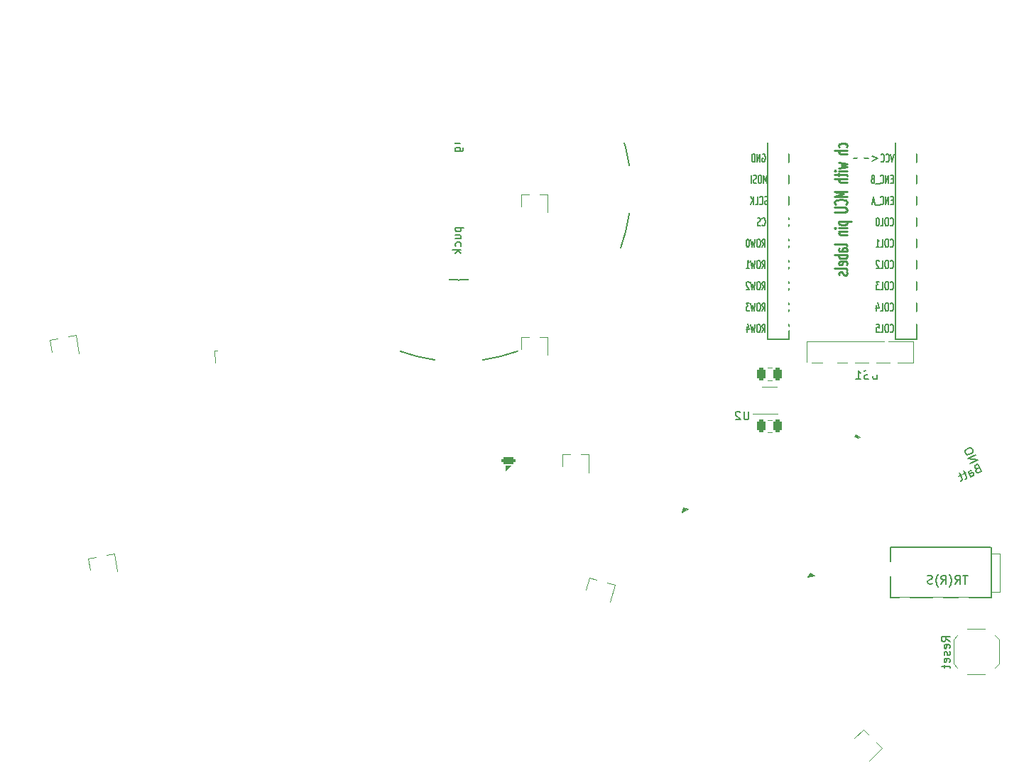
<source format=gbr>
%TF.GenerationSoftware,KiCad,Pcbnew,(6.0.8)*%
%TF.CreationDate,2022-10-10T20:06:03-07:00*%
%TF.ProjectId,hillside46,68696c6c-7369-4646-9534-362e6b696361,0.1.0*%
%TF.SameCoordinates,Original*%
%TF.FileFunction,Legend,Bot*%
%TF.FilePolarity,Positive*%
%FSLAX46Y46*%
G04 Gerber Fmt 4.6, Leading zero omitted, Abs format (unit mm)*
G04 Created by KiCad (PCBNEW (6.0.8)) date 2022-10-10 20:06:03*
%MOMM*%
%LPD*%
G01*
G04 APERTURE LIST*
G04 Aperture macros list*
%AMRoundRect*
0 Rectangle with rounded corners*
0 $1 Rounding radius*
0 $2 $3 $4 $5 $6 $7 $8 $9 X,Y pos of 4 corners*
0 Add a 4 corners polygon primitive as box body*
4,1,4,$2,$3,$4,$5,$6,$7,$8,$9,$2,$3,0*
0 Add four circle primitives for the rounded corners*
1,1,$1+$1,$2,$3*
1,1,$1+$1,$4,$5*
1,1,$1+$1,$6,$7*
1,1,$1+$1,$8,$9*
0 Add four rect primitives between the rounded corners*
20,1,$1+$1,$2,$3,$4,$5,0*
20,1,$1+$1,$4,$5,$6,$7,0*
20,1,$1+$1,$6,$7,$8,$9,0*
20,1,$1+$1,$8,$9,$2,$3,0*%
%AMRotRect*
0 Rectangle, with rotation*
0 The origin of the aperture is its center*
0 $1 length*
0 $2 width*
0 $3 Rotation angle, in degrees counterclockwise*
0 Add horizontal line*
21,1,$1,$2,0,0,$3*%
%AMFreePoly0*
4,1,41,0.142350,0.531259,0.275000,0.476314,0.388909,0.388909,0.476314,0.275000,0.531259,0.142350,0.533280,0.127000,3.200000,0.127000,3.236070,0.121770,3.296138,0.082984,3.325733,0.017894,3.315473,-0.052868,3.268611,-0.106872,3.200000,-0.127000,0.533280,-0.127000,0.531259,-0.142350,0.476314,-0.275000,0.388909,-0.388909,0.275000,-0.476314,0.142350,-0.531259,0.000000,-0.550000,
-0.142350,-0.531259,-0.275000,-0.476314,-0.388909,-0.388909,-0.476314,-0.275000,-0.531259,-0.142350,-0.533280,-0.127000,-3.200000,-0.127000,-3.236070,-0.121770,-3.296138,-0.082984,-3.325733,-0.017894,-3.315473,0.052868,-3.268611,0.106872,-3.200000,0.127000,-0.533280,0.127000,-0.531259,0.142350,-0.476314,0.275000,-0.388909,0.388909,-0.275000,0.476314,-0.142350,0.531259,0.000000,0.550000,
0.142350,0.531259,0.142350,0.531259,$1*%
%AMFreePoly1*
4,1,37,0.042529,3.485692,0.118849,3.448880,0.171655,3.382612,0.190499,3.300000,0.190499,0.776079,0.350697,0.719035,0.501283,0.623470,0.626955,0.496918,0.721466,0.345669,0.780119,0.177240,0.800000,0.000000,0.799688,-0.022336,0.774867,-0.198952,0.711533,-0.365678,0.612836,-0.514230,0.483680,-0.637224,0.330484,-0.728547,0.160862,-0.783660,-0.016754,-0.799825,-0.193538,-0.776237,
-0.360702,-0.714070,-0.509939,-0.616411,-0.633832,-0.488116,-0.726222,-0.335562,-0.782518,-0.166330,-0.799922,0.011170,-0.777569,0.188114,-0.716569,0.355708,-0.619956,0.505623,-0.492529,0.630409,-0.340623,0.723862,-0.190500,0.774968,-0.190500,3.300332,-0.171511,3.382912,-0.118589,3.449087,-0.042205,3.485766,0.042529,3.485692,0.042529,3.485692,$1*%
%AMFreePoly2*
4,1,31,7.836070,3.521770,7.896138,3.482984,7.925733,3.417894,7.915473,3.347132,7.868611,3.293128,7.800000,3.273000,6.402605,3.273000,3.039803,-0.089803,3.021679,-0.103336,3.018611,-0.106872,3.015866,-0.107677,3.010599,-0.111610,2.980023,-0.118192,2.950000,-0.127000,-2.800000,-0.127000,-2.836070,-0.121770,-2.896138,-0.082984,-2.925733,-0.017894,-2.915473,0.052868,-2.868611,0.106872,
-2.800000,0.127000,2.897394,0.127000,6.260197,3.489802,6.278320,3.503335,6.281389,3.506872,6.284135,3.507678,6.289401,3.511610,6.319977,3.518192,6.350000,3.527000,7.800000,3.527000,7.836070,3.521770,7.836070,3.521770,$1*%
%AMFreePoly3*
4,1,74,0.090320,1.758079,0.239662,1.720567,0.375744,1.648515,0.490712,1.546082,0.531399,1.486883,0.554756,1.483183,0.658279,1.430436,0.740436,1.348279,0.793183,1.244756,0.811359,1.130000,0.793183,1.015244,0.742519,0.915810,0.751359,0.860000,0.733183,0.745244,0.680436,0.641721,0.598279,0.559564,0.494756,0.506817,0.380000,0.488641,0.376841,0.489141,0.127000,0.190090,
0.127000,-0.587846,0.211346,-0.711884,0.214346,-0.726349,0.220000,-0.740000,0.218118,-0.744543,0.219116,-0.749355,0.211010,-0.761703,0.205355,-0.775355,0.200813,-0.777237,0.198115,-0.781346,0.183652,-0.784345,0.170000,-0.790000,-0.120000,-0.790000,-0.130398,-0.785693,-0.141637,-0.785076,-0.147391,-0.778654,-0.155355,-0.775355,-0.159662,-0.764957,-0.167173,-0.756574,-0.166701,-0.747965,
-0.170000,-0.740000,-0.165693,-0.729602,-0.165076,-0.718363,-0.127000,-0.639038,-0.127000,0.213346,-0.320215,0.401476,-0.430000,0.384087,-0.539983,0.401507,-0.639200,0.452060,-0.717940,0.530800,-0.768493,0.630017,-0.780316,0.704660,-0.475881,0.704660,-0.472794,0.697206,-0.464310,0.693692,-0.475123,0.703531,-0.475881,0.704660,-0.780316,0.704660,-0.785913,0.740000,-0.768493,0.849983,
-0.737725,0.910369,-0.799077,0.971721,-0.851824,1.075244,-0.870000,1.190000,-0.851824,1.304756,-0.799077,1.408279,-0.716920,1.490436,-0.613397,1.543183,-0.498641,1.561359,-0.461265,1.555439,-0.350213,1.652316,-0.213384,1.722939,-0.063658,1.758885,0.090320,1.758079,0.090320,1.758079,$1*%
%AMFreePoly4*
4,1,31,9.086070,4.561770,9.146138,4.522984,9.175733,4.457894,9.165473,4.387132,9.118611,4.333128,9.050000,4.313000,7.092605,4.313000,2.689803,-0.089803,2.671679,-0.103336,2.668611,-0.106872,2.665866,-0.107677,2.660599,-0.111610,2.630023,-0.118192,2.600000,-0.127000,-3.450000,-0.127000,-3.486070,-0.121770,-3.546138,-0.082984,-3.575733,-0.017894,-3.565473,0.052868,-3.518611,0.106872,
-3.450000,0.127000,2.547394,0.127000,6.950197,4.529802,6.968320,4.543335,6.971389,4.546872,6.974135,4.547678,6.979401,4.551610,7.009977,4.558192,7.040000,4.567000,9.050000,4.567000,9.086070,4.561770,9.086070,4.561770,$1*%
%AMFreePoly5*
4,1,36,-0.382313,0.442677,-0.365044,0.435750,-0.364806,0.435194,-0.364250,0.434956,-0.127000,0.192314,-0.127000,0.250000,0.127000,0.250000,0.127000,-0.067459,0.185750,-0.127544,0.192765,-0.145034,0.200000,-0.162500,0.200000,-0.750000,0.185355,-0.785355,0.150000,-0.800000,-0.300000,-0.800000,-0.335355,-0.785355,-0.350000,-0.750000,-0.350000,-0.400000,-0.650000,-0.400000,-0.650000,-0.750000,
-0.664645,-0.785355,-0.700000,-0.800000,-0.950000,-0.800000,-0.985355,-0.785355,-1.000000,-0.750000,-1.000000,-0.162500,-0.992765,-0.145034,-0.985750,-0.127544,-0.435750,0.434956,-0.435194,0.435194,-0.434956,0.435750,-0.417687,0.442677,-0.400562,0.449996,-0.400000,0.449771,-0.399438,0.449996,-0.382313,0.442677,-0.382313,0.442677,$1*%
%AMFreePoly6*
4,1,68,0.090320,1.758079,0.239662,1.720567,0.375744,1.648515,0.490712,1.546082,0.531399,1.486883,0.554756,1.483183,0.658279,1.430436,0.740436,1.348279,0.793183,1.244756,0.811359,1.130000,0.793183,1.015244,0.740436,0.911721,0.670111,0.841396,0.693183,0.796115,0.711359,0.681359,0.693183,0.566603,0.640436,0.463080,0.558279,0.380923,0.454756,0.328176,0.340000,0.310000,
0.294288,0.317240,0.127000,0.135192,0.127000,-0.587846,0.211346,-0.711884,0.214346,-0.726349,0.220000,-0.740000,0.218118,-0.744543,0.219116,-0.749355,0.211010,-0.761703,0.205355,-0.775355,0.200813,-0.777237,0.198115,-0.781346,0.183652,-0.784345,0.170000,-0.790000,-0.120000,-0.790000,-0.130398,-0.785693,-0.141637,-0.785076,-0.147391,-0.778654,-0.155355,-0.775355,-0.159662,-0.764957,
-0.167173,-0.756574,-0.166701,-0.747965,-0.170000,-0.740000,-0.165693,-0.729602,-0.165076,-0.718363,-0.127000,-0.639038,-0.127000,0.104135,-0.395567,0.365633,-0.469983,0.377420,-0.569200,0.427973,-0.647940,0.506713,-0.698493,0.605930,-0.715913,0.715913,-0.698493,0.825896,-0.673555,0.874840,-0.710436,0.911721,-0.763183,1.015244,-0.781359,1.130000,-0.763183,1.244756,-0.710436,1.348279,
-0.628279,1.430436,-0.524756,1.483183,-0.512625,1.485104,-0.466247,1.551093,-0.350213,1.652316,-0.213384,1.722939,-0.063658,1.758885,0.090320,1.758079,0.090320,1.758079,$1*%
%AMFreePoly7*
4,1,207,0.063500,0.109985,0.083519,0.089966,0.097781,0.081897,0.103822,0.071641,0.249283,-0.050524,0.421856,-0.154524,0.608507,-0.230411,0.804692,-0.276335,1.005633,-0.291180,1.206436,-0.274583,1.402213,-0.226948,1.588195,-0.149436,1.759854,-0.043934,1.904245,0.079495,1.910196,0.089803,1.967128,0.122672,2.032868,0.122672,2.089801,0.089802,2.092706,0.084770,2.097781,0.081899,
2.103822,0.071643,2.249283,-0.050522,2.421856,-0.154522,2.608507,-0.230408,2.804691,-0.276333,3.005631,-0.291178,3.206434,-0.274581,3.402211,-0.226947,3.588193,-0.149435,3.759852,-0.043933,3.904245,0.079499,3.910194,0.089803,3.967126,0.122672,4.032866,0.122672,4.089799,0.089802,4.092701,0.084775,4.097781,0.081901,4.103822,0.071645,4.249283,-0.050520,4.421855,-0.154520,
4.608506,-0.230407,4.804690,-0.276332,5.005630,-0.291177,5.206433,-0.274580,5.402209,-0.226946,5.588191,-0.149435,5.759850,-0.043933,5.904242,0.079497,5.910192,0.089803,5.967125,0.122673,6.032864,0.122672,6.089797,0.089802,6.097956,0.075670,6.112312,0.067843,6.118225,0.058157,6.264318,-0.060868,6.436492,-0.161519,6.622114,-0.234451,6.816754,-0.277924,7.015767,-0.290899,
7.214404,-0.273067,7.407924,-0.224854,7.591709,-0.147409,7.761373,-0.042583,7.904515,0.079973,7.910190,0.089803,7.967123,0.122673,8.032862,0.122672,8.089795,0.089802,8.097366,0.076689,8.110687,0.069396,8.116583,0.059699,8.262652,-0.059709,8.434870,-0.160730,8.620605,-0.233987,8.815414,-0.277730,9.014639,-0.290911,9.213513,-0.273215,9.407281,-0.225066,9.591307,-0.147616,
9.761190,-0.042715,9.904514,0.079976,9.910188,0.089803,9.967121,0.122673,10.032860,0.122672,10.089793,0.089802,10.093272,0.083776,10.099384,0.080332,10.105443,0.070086,10.250933,-0.051692,10.423466,-0.155321,10.610007,-0.230879,10.806023,-0.276531,11.006753,-0.291167,11.207318,-0.274432,11.402847,-0.226733,11.588587,-0.149228,11.760027,-0.043800,11.904234,0.079495,11.910186,0.089803,
11.967119,0.122673,12.032859,0.122672,12.089791,0.089802,12.092684,0.084791,12.097780,0.081908,12.103819,0.071656,12.249281,-0.050512,12.421853,-0.154512,12.608502,-0.230400,12.804685,-0.276325,13.005624,-0.291171,13.206427,-0.274575,13.402202,-0.226942,13.588184,-0.149432,13.759842,-0.043932,13.904234,0.079497,13.910184,0.089803,13.967117,0.122673,14.032857,0.122672,14.089789,0.089802,
14.122659,0.032869,14.122658,-0.032871,14.089785,-0.089805,13.924578,-0.233070,13.740756,-0.351513,13.542020,-0.442748,13.332373,-0.504937,13.116034,-0.536829,12.897359,-0.537781,12.680751,-0.507775,12.470570,-0.447415,12.271047,-0.357915,12.086199,-0.241078,12.000027,-0.167657,11.924776,-0.232924,11.741187,-0.351279,11.542709,-0.442491,11.333330,-0.504727,11.117255,-0.536738,10.898825,-0.537881,
10.682427,-0.508131,10.472408,-0.448088,10.272987,-0.358958,10.088170,-0.242529,10.000065,-0.167713,9.926147,-0.231896,9.744189,-0.349629,9.547514,-0.440675,9.340013,-0.503232,9.125789,-0.536064,8.909077,-0.538522,8.694163,-0.510556,8.485297,-0.452720,8.286608,-0.366158,8.102027,-0.252581,7.999889,-0.167880,7.926344,-0.231749,7.744619,-0.349393,7.548202,-0.440414,7.340969,-0.503017,
7.127009,-0.535965,6.910543,-0.538609,6.695842,-0.510896,6.487143,-0.453374,6.288561,-0.367177,6.104016,-0.254006,5.999784,-0.167861,5.924587,-0.233071,5.740764,-0.351515,5.542028,-0.442751,5.332380,-0.504941,5.116041,-0.536834,4.897365,-0.537788,4.680756,-0.507783,4.470574,-0.447423,4.271050,-0.357924,4.086201,-0.241087,4.000020,-0.167658,3.924589,-0.233071,3.740766,-0.351515,
3.542030,-0.442751,3.332382,-0.504942,3.116043,-0.536835,2.897367,-0.537789,2.680757,-0.507784,2.470575,-0.447424,2.271051,-0.357925,2.086202,-0.241089,2.000020,-0.167660,1.924591,-0.233072,1.740768,-0.351516,1.542032,-0.442753,1.332384,-0.504944,1.116044,-0.536837,0.897368,-0.537791,0.680759,-0.507786,0.470576,-0.447427,0.271051,-0.357928,0.086202,-0.241091,-0.080251,-0.099269,
-0.088901,-0.084584,-0.109985,-0.063500,-0.127000,0.000000,-0.109985,0.063500,-0.063500,0.109985,0.000000,0.127000,0.063500,0.109985,0.063500,0.109985,$1*%
%AMFreePoly8*
4,1,226,9.026694,0.536870,9.083627,0.504000,9.086540,0.498955,9.091598,0.496093,9.097638,0.485839,9.243102,0.363672,9.415675,0.259672,9.602327,0.183785,9.798513,0.137861,9.999454,0.123016,10.200258,0.139614,10.396035,0.187248,10.582018,0.264761,10.753677,0.370263,10.898069,0.493695,10.904019,0.504001,10.960952,0.536870,11.026692,0.536870,11.083625,0.504001,11.086535,0.498960,
11.091599,0.496095,11.097640,0.485840,11.243102,0.363674,11.415675,0.259674,11.602327,0.183788,11.798512,0.137863,11.999453,0.123018,12.200256,0.139615,12.396033,0.187250,12.582016,0.264762,12.753675,0.370264,12.898069,0.493697,12.904018,0.504001,12.960950,0.536870,13.026690,0.536870,13.083623,0.504000,13.086530,0.498965,13.091599,0.496097,13.097640,0.485841,13.243101,0.363676,
13.415674,0.259675,13.602326,0.183789,13.798511,0.137864,13.999451,0.123019,14.200255,0.139616,14.396032,0.187250,14.582014,0.264762,14.753673,0.370264,14.898066,0.493695,14.904016,0.504001,14.960948,0.536870,15.026688,0.536870,15.083621,0.504000,15.116490,0.447068,15.116490,0.381328,15.083617,0.324393,14.918411,0.181127,14.734587,0.062682,14.535851,-0.028554,14.326203,-0.090745,
14.109863,-0.122638,13.891187,-0.123592,13.674577,-0.093587,13.464394,-0.033227,13.264869,0.056272,13.080020,0.173109,12.993839,0.246537,12.918412,0.181127,12.734589,0.062682,12.535853,-0.028555,12.326204,-0.090746,12.109864,-0.122639,11.891188,-0.123593,11.674578,-0.093588,11.464395,-0.033229,11.264870,0.056270,11.080021,0.173107,10.993840,0.246535,10.918415,0.181126,10.734592,0.062681,
10.535855,-0.028556,10.326206,-0.090747,10.109866,-0.122641,9.891190,-0.123595,9.674579,-0.093590,9.464396,-0.033231,9.264871,0.056268,9.080021,0.173105,8.993839,0.246533,8.918416,0.181127,8.734593,0.062683,8.535857,-0.028553,8.326209,-0.090743,8.109869,-0.122635,7.891194,-0.123589,7.674584,-0.093583,7.464402,-0.033223,7.264878,0.056276,7.080029,0.173113,6.993850,0.246540,
6.918419,0.181127,6.734596,0.062682,6.535859,-0.028554,6.326211,-0.090744,6.109871,-0.122637,5.891195,-0.123591,5.674586,-0.093586,5.464403,-0.033226,5.264879,0.056274,5.080029,0.173111,4.993850,0.246538,4.918421,0.181127,4.734597,0.062682,4.535861,-0.028554,4.326213,-0.090745,4.109873,-0.122638,3.891197,-0.123592,3.674587,-0.093587,3.464404,-0.033227,3.264879,0.056272,
3.080030,0.173109,2.993849,0.246537,2.918422,0.181127,2.734599,0.062682,2.535863,-0.028555,2.326214,-0.090746,2.109874,-0.122639,1.891198,-0.123593,1.674588,-0.093588,1.464405,-0.033229,1.264880,0.056270,1.080031,0.173107,0.994423,0.246047,0.933833,0.192834,0.768304,0.081712,0.589815,-0.007114,0.401354,-0.072156,0.206074,-0.112327,0.007242,-0.126955,0.003642,-0.126024,
0.000000,-0.127000,-0.063500,-0.109985,-0.109985,-0.063500,-0.127000,0.000000,-0.109985,0.063500,-0.063500,0.109985,0.000000,0.127000,0.002494,0.126332,0.005030,0.127035,0.016564,0.124052,0.204689,0.140342,0.399236,0.188305,0.584020,0.265788,0.754592,0.370926,0.898073,0.493683,0.904031,0.504002,0.960964,0.536871,1.026704,0.536870,1.083636,0.503999,1.086545,0.498960,
1.091609,0.496095,1.097650,0.485840,1.243112,0.363674,1.415685,0.259674,1.602337,0.183788,1.798522,0.137863,1.999463,0.123018,2.200266,0.139615,2.396043,0.187250,2.582026,0.264762,2.753685,0.370264,2.898079,0.493697,2.904028,0.504001,2.960960,0.536870,3.026700,0.536870,3.083633,0.504000,3.086540,0.498965,3.091609,0.496097,3.097650,0.485841,3.243111,0.363676,
3.415684,0.259675,3.602336,0.183789,3.798521,0.137864,3.999461,0.123019,4.200265,0.139616,4.396042,0.187250,4.582024,0.264762,4.753683,0.370264,4.898076,0.493695,4.904026,0.504001,4.960958,0.536870,5.026698,0.536870,5.083631,0.504000,5.086535,0.498969,5.091609,0.496099,5.097651,0.485842,5.243111,0.363678,5.415684,0.259677,5.602335,0.183790,5.798519,0.137865,
5.999460,0.123020,6.200263,0.139617,6.396040,0.187251,6.582022,0.264763,6.753682,0.370264,6.898074,0.493695,6.904024,0.504001,6.960957,0.536871,7.026696,0.536870,7.083629,0.504000,7.086531,0.498973,7.091609,0.496100,7.097649,0.485846,7.243111,0.363680,7.415683,0.259679,7.602334,0.183792,7.798518,0.137867,7.999459,0.123022,8.200262,0.139619,8.396038,0.187253,
8.582020,0.264764,8.753680,0.370265,8.898072,0.493695,8.904022,0.504001,8.960955,0.536871,9.026694,0.536870,9.026694,0.536870,$1*%
%AMFreePoly9*
4,1,76,3.244632,0.331818,3.506852,0.292599,3.763564,0.226297,4.011980,0.133633,4.047291,0.105601,4.089074,0.099399,4.099042,0.091486,4.344144,0.002132,4.610121,-0.060258,4.881629,-0.090581,5.154817,-0.088406,5.425808,-0.053765,5.690758,0.012850,5.934405,0.106094,5.944247,0.114165,6.009113,0.124852,6.070632,0.101675,6.112320,0.050844,6.123007,-0.014022,6.099830,-0.075541,
6.048997,-0.117229,5.802089,-0.213835,5.546464,-0.284215,5.284902,-0.327603,5.020245,-0.343528,4.755368,-0.331818,4.493148,-0.292599,4.236436,-0.226297,3.988020,-0.133633,3.952709,-0.105601,3.910926,-0.099399,3.900958,-0.091486,3.655856,-0.002132,3.389879,0.060258,3.118371,0.090581,2.845183,0.088406,2.574192,0.053765,2.309242,-0.012850,2.065595,-0.106094,2.055753,-0.114165,
2.051976,-0.114787,2.048997,-0.117229,1.802089,-0.213835,1.546464,-0.284215,1.284902,-0.327603,1.020245,-0.343528,0.755368,-0.331818,0.493148,-0.292599,0.236436,-0.226297,-0.011980,-0.133633,-0.030697,-0.118775,-0.063500,-0.109985,-0.109985,-0.063500,-0.127000,0.000000,-0.109985,0.063500,-0.063500,0.109985,0.000000,0.127000,0.063500,0.109985,0.071473,0.102012,0.089074,0.099399,
0.099042,0.091486,0.344144,0.002132,0.610121,-0.060258,0.881629,-0.090581,1.154817,-0.088406,1.425808,-0.053765,1.690758,0.012850,1.934405,0.106094,1.944247,0.114165,1.948024,0.114787,1.951003,0.117229,2.197911,0.213835,2.453536,0.284215,2.715098,0.327603,2.979755,0.343528,3.244632,0.331818,3.244632,0.331818,$1*%
%AMFreePoly10*
4,1,74,0.090320,1.758079,0.239662,1.720567,0.375744,1.648515,0.490712,1.546082,0.531399,1.486883,0.554756,1.483183,0.658279,1.430436,0.740436,1.348279,0.793183,1.244756,0.811359,1.130000,0.793183,1.015244,0.742519,0.915810,0.751359,0.860000,0.733183,0.745244,0.680436,0.641721,0.598279,0.559564,0.494756,0.506817,0.380000,0.488641,0.323760,0.497549,0.127000,0.283428,
0.127000,-0.587846,0.211346,-0.711884,0.214346,-0.726349,0.220000,-0.740000,0.218118,-0.744543,0.219116,-0.749355,0.211010,-0.761703,0.205355,-0.775355,0.200813,-0.777237,0.198115,-0.781346,0.183652,-0.784345,0.170000,-0.790000,-0.120000,-0.790000,-0.130398,-0.785693,-0.141637,-0.785076,-0.147391,-0.778654,-0.155355,-0.775355,-0.159662,-0.764957,-0.167173,-0.756574,-0.166701,-0.747965,
-0.170000,-0.740000,-0.165693,-0.729602,-0.165076,-0.718363,-0.127000,-0.639038,-0.127000,0.293608,-0.266054,0.429002,-0.320017,0.401507,-0.430000,0.384087,-0.539983,0.401507,-0.639200,0.452060,-0.717940,0.530800,-0.768493,0.630017,-0.780316,0.704660,-0.475881,0.704660,-0.472794,0.697206,-0.464310,0.693692,-0.475123,0.703531,-0.475881,0.704660,-0.780316,0.704660,-0.785913,0.740000,
-0.768493,0.849983,-0.723736,0.937824,-0.763183,1.015244,-0.781359,1.130000,-0.763183,1.244756,-0.710436,1.348279,-0.628279,1.430436,-0.524756,1.483183,-0.512625,1.485104,-0.466247,1.551093,-0.350213,1.652316,-0.213384,1.722939,-0.063658,1.758885,0.090320,1.758079,0.090320,1.758079,$1*%
%AMFreePoly11*
4,1,66,0.090320,1.758079,0.239662,1.720567,0.375744,1.648515,0.490712,1.546082,0.531399,1.486883,0.554756,1.483183,0.658279,1.430436,0.740436,1.348279,0.793183,1.244756,0.811359,1.130000,0.793183,1.015244,0.742519,0.915810,0.751359,0.860000,0.733183,0.745244,0.680436,0.641721,0.598279,0.559564,0.494756,0.506817,0.380000,0.488641,0.323760,0.497549,0.127000,0.283428,
0.127000,-0.587846,0.211346,-0.711884,0.214346,-0.726349,0.220000,-0.740000,0.218118,-0.744543,0.219116,-0.749355,0.211010,-0.761703,0.205355,-0.775355,0.200813,-0.777237,0.198115,-0.781346,0.183652,-0.784345,0.170000,-0.790000,-0.120000,-0.790000,-0.130398,-0.785693,-0.141637,-0.785076,-0.147391,-0.778654,-0.155355,-0.775355,-0.159662,-0.764957,-0.167173,-0.756574,-0.166701,-0.747965,
-0.170000,-0.740000,-0.165693,-0.729602,-0.165076,-0.718363,-0.127000,-0.639038,-0.127000,0.293608,-0.245184,0.408682,-0.300000,0.400000,-0.409983,0.417420,-0.509200,0.467973,-0.587940,0.546713,-0.638493,0.645930,-0.655913,0.755913,-0.642064,0.843349,-0.710436,0.911721,-0.763183,1.015244,-0.781359,1.130000,-0.763183,1.244756,-0.710436,1.348279,-0.628279,1.430436,-0.524756,1.483183,
-0.512625,1.485104,-0.466247,1.551093,-0.350213,1.652316,-0.213384,1.722939,-0.063658,1.758885,0.090320,1.758079,0.090320,1.758079,$1*%
G04 Aperture macros list end*
%ADD10C,0.150000*%
%ADD11C,0.225000*%
%ADD12C,0.153000*%
%ADD13C,0.120000*%
%ADD14C,0.100000*%
%ADD15C,0.200000*%
%ADD16C,1.700000*%
%ADD17R,1.700000X1.700000*%
%ADD18O,1.700000X1.700000*%
%ADD19C,1.524000*%
%ADD20RotRect,1.650000X0.820000X345.000000*%
%ADD21RoundRect,0.205000X-0.651932X-0.037547X0.545816X-0.358483X0.651932X0.037547X-0.545816X0.358483X0*%
%ADD22RotRect,1.650000X0.820000X330.000000*%
%ADD23RoundRect,0.205000X-0.639436X0.132465X0.434436X-0.487535X0.639436X-0.132465X-0.434436X0.487535X0*%
%ADD24C,1.200000*%
%ADD25O,2.500000X1.700000*%
%ADD26C,4.400000*%
%ADD27RotRect,0.900000X0.800000X100.000000*%
%ADD28C,3.400000*%
%ADD29C,2.350000*%
%ADD30RotRect,0.900000X0.800000X95.000000*%
%ADD31R,0.800000X0.900000*%
%ADD32R,3.200000X2.000000*%
%ADD33R,2.000000X2.000000*%
%ADD34C,2.000000*%
%ADD35C,1.800000*%
%ADD36RotRect,0.900000X0.800000X75.000000*%
%ADD37RotRect,0.900000X0.800000X45.000000*%
%ADD38RotRect,3.200000X2.000000X150.000000*%
%ADD39RotRect,2.000000X2.000000X150.000000*%
%ADD40R,1.650000X0.820000*%
%ADD41RoundRect,0.205000X-0.620000X-0.205000X0.620000X-0.205000X0.620000X0.205000X-0.620000X0.205000X0*%
%ADD42C,1.397000*%
%ADD43RoundRect,0.250000X-0.250000X-0.475000X0.250000X-0.475000X0.250000X0.475000X-0.250000X0.475000X0*%
%ADD44FreePoly0,90.000000*%
%ADD45R,1.100000X1.800000*%
%ADD46FreePoly1,295.000000*%
%ADD47C,1.600000*%
%ADD48FreePoly2,0.000000*%
%ADD49FreePoly3,0.000000*%
%ADD50FreePoly4,0.000000*%
%ADD51FreePoly5,0.000000*%
%ADD52FreePoly6,0.000000*%
%ADD53FreePoly7,0.000000*%
%ADD54FreePoly8,0.000000*%
%ADD55FreePoly9,0.000000*%
%ADD56FreePoly10,0.000000*%
%ADD57FreePoly11,0.000000*%
%ADD58R,1.397000X1.397000*%
%ADD59C,1.000000*%
%ADD60C,1.300000*%
%ADD61R,1.560000X0.650000*%
%ADD62C,0.600000*%
%ADD63C,0.800000*%
G04 APERTURE END LIST*
D10*
%TO.C,DS1*%
X201337114Y-88257533D02*
X201337114Y-87257533D01*
X201099019Y-87257533D01*
X200956162Y-87305153D01*
X200860924Y-87400391D01*
X200813305Y-87495629D01*
X200765686Y-87686105D01*
X200765686Y-87828962D01*
X200813305Y-88019438D01*
X200860924Y-88114676D01*
X200956162Y-88209914D01*
X201099019Y-88257533D01*
X201337114Y-88257533D01*
X200384733Y-88209914D02*
X200241876Y-88257533D01*
X200003781Y-88257533D01*
X199908543Y-88209914D01*
X199860924Y-88162295D01*
X199813305Y-88067057D01*
X199813305Y-87971819D01*
X199860924Y-87876581D01*
X199908543Y-87828962D01*
X200003781Y-87781343D01*
X200194257Y-87733724D01*
X200289495Y-87686105D01*
X200337114Y-87638486D01*
X200384733Y-87543248D01*
X200384733Y-87448010D01*
X200337114Y-87352772D01*
X200289495Y-87305153D01*
X200194257Y-87257533D01*
X199956162Y-87257533D01*
X199813305Y-87305153D01*
X198860924Y-88257533D02*
X199432352Y-88257533D01*
X199146638Y-88257533D02*
X199146638Y-87257533D01*
X199241876Y-87400391D01*
X199337114Y-87495629D01*
X199432352Y-87543248D01*
%TO.C,U1*%
X188013294Y-57293452D02*
X188013294Y-56293452D01*
X187870436Y-56293452D01*
X187784722Y-56341072D01*
X187727579Y-56436310D01*
X187699008Y-56531548D01*
X187670436Y-56722024D01*
X187670436Y-56864881D01*
X187699008Y-57055357D01*
X187727579Y-57150595D01*
X187784722Y-57245833D01*
X187870436Y-57293452D01*
X188013294Y-57293452D01*
X187441865Y-57007738D02*
X187156151Y-57007738D01*
X187499008Y-57293452D02*
X187299008Y-56293452D01*
X187099008Y-57293452D01*
X186984722Y-56293452D02*
X186641865Y-56293452D01*
X186813294Y-57293452D02*
X186813294Y-56293452D01*
X186470436Y-57007738D02*
X186184722Y-57007738D01*
X186527579Y-57293452D02*
X186327579Y-56293452D01*
X186127579Y-57293452D01*
X202946150Y-77518214D02*
X202974722Y-77565833D01*
X203060436Y-77613452D01*
X203117579Y-77613452D01*
X203203293Y-77565833D01*
X203260436Y-77470595D01*
X203289008Y-77375357D01*
X203317579Y-77184881D01*
X203317579Y-77042024D01*
X203289008Y-76851548D01*
X203260436Y-76756310D01*
X203203293Y-76661072D01*
X203117579Y-76613452D01*
X203060436Y-76613452D01*
X202974722Y-76661072D01*
X202946150Y-76708691D01*
X202574722Y-76613452D02*
X202460436Y-76613452D01*
X202403293Y-76661072D01*
X202346150Y-76756310D01*
X202317579Y-76946786D01*
X202317579Y-77280119D01*
X202346150Y-77470595D01*
X202403293Y-77565833D01*
X202460436Y-77613452D01*
X202574722Y-77613452D01*
X202631865Y-77565833D01*
X202689008Y-77470595D01*
X202717579Y-77280119D01*
X202717579Y-76946786D01*
X202689008Y-76756310D01*
X202631865Y-76661072D01*
X202574722Y-76613452D01*
X201774722Y-77613452D02*
X202060436Y-77613452D01*
X202060436Y-76613452D01*
X201631865Y-76613452D02*
X201260436Y-76613452D01*
X201460436Y-76994405D01*
X201374722Y-76994405D01*
X201317579Y-77042024D01*
X201289008Y-77089643D01*
X201260436Y-77184881D01*
X201260436Y-77422976D01*
X201289008Y-77518214D01*
X201317579Y-77565833D01*
X201374722Y-77613452D01*
X201546150Y-77613452D01*
X201603293Y-77565833D01*
X201631865Y-77518214D01*
X202946150Y-80058214D02*
X202974722Y-80105833D01*
X203060436Y-80153452D01*
X203117579Y-80153452D01*
X203203293Y-80105833D01*
X203260436Y-80010595D01*
X203289008Y-79915357D01*
X203317579Y-79724881D01*
X203317579Y-79582024D01*
X203289008Y-79391548D01*
X203260436Y-79296310D01*
X203203293Y-79201072D01*
X203117579Y-79153452D01*
X203060436Y-79153452D01*
X202974722Y-79201072D01*
X202946150Y-79248691D01*
X202574722Y-79153452D02*
X202460436Y-79153452D01*
X202403293Y-79201072D01*
X202346150Y-79296310D01*
X202317579Y-79486786D01*
X202317579Y-79820119D01*
X202346150Y-80010595D01*
X202403293Y-80105833D01*
X202460436Y-80153452D01*
X202574722Y-80153452D01*
X202631865Y-80105833D01*
X202689008Y-80010595D01*
X202717579Y-79820119D01*
X202717579Y-79486786D01*
X202689008Y-79296310D01*
X202631865Y-79201072D01*
X202574722Y-79153452D01*
X201774722Y-80153452D02*
X202060436Y-80153452D01*
X202060436Y-79153452D01*
X201317579Y-79486786D02*
X201317579Y-80153452D01*
X201460436Y-79105833D02*
X201603293Y-79820119D01*
X201231865Y-79820119D01*
X187699007Y-58881072D02*
X187756150Y-58833452D01*
X187841865Y-58833452D01*
X187927579Y-58881072D01*
X187984722Y-58976310D01*
X188013293Y-59071548D01*
X188041865Y-59262024D01*
X188041865Y-59404881D01*
X188013293Y-59595357D01*
X187984722Y-59690595D01*
X187927579Y-59785833D01*
X187841865Y-59833452D01*
X187784722Y-59833452D01*
X187699007Y-59785833D01*
X187670436Y-59738214D01*
X187670436Y-59404881D01*
X187784722Y-59404881D01*
X187413293Y-59833452D02*
X187413293Y-58833452D01*
X187070436Y-59833452D01*
X187070436Y-58833452D01*
X186784722Y-59833452D02*
X186784722Y-58833452D01*
X186641865Y-58833452D01*
X186556150Y-58881072D01*
X186499007Y-58976310D01*
X186470436Y-59071548D01*
X186441865Y-59262024D01*
X186441865Y-59404881D01*
X186470436Y-59595357D01*
X186499007Y-59690595D01*
X186556150Y-59785833D01*
X186641865Y-59833452D01*
X186784722Y-59833452D01*
X200762293Y-61666786D02*
X201448007Y-61952500D01*
X200762293Y-62238214D01*
X200333722Y-61952500D02*
X199648007Y-61952500D01*
X199219436Y-61952500D02*
X198533722Y-61952500D01*
X202974721Y-56341072D02*
X203031864Y-56293452D01*
X203117579Y-56293452D01*
X203203293Y-56341072D01*
X203260436Y-56436310D01*
X203289007Y-56531548D01*
X203317579Y-56722024D01*
X203317579Y-56864881D01*
X203289007Y-57055357D01*
X203260436Y-57150595D01*
X203203293Y-57245833D01*
X203117579Y-57293452D01*
X203060436Y-57293452D01*
X202974721Y-57245833D01*
X202946150Y-57198214D01*
X202946150Y-56864881D01*
X203060436Y-56864881D01*
X202689007Y-57293452D02*
X202689007Y-56293452D01*
X202346150Y-57293452D01*
X202346150Y-56293452D01*
X202060436Y-57293452D02*
X202060436Y-56293452D01*
X201917579Y-56293452D01*
X201831864Y-56341072D01*
X201774721Y-56436310D01*
X201746150Y-56531548D01*
X201717579Y-56722024D01*
X201717579Y-56864881D01*
X201746150Y-57055357D01*
X201774721Y-57150595D01*
X201831864Y-57245833D01*
X201917579Y-57293452D01*
X202060436Y-57293452D01*
D11*
X197819436Y-57860500D02*
X196319436Y-57860500D01*
X197390865Y-58160500D01*
X196319436Y-58460500D01*
X197819436Y-58460500D01*
X197819436Y-59274786D02*
X197033722Y-59274786D01*
X196890865Y-59231929D01*
X196819436Y-59146214D01*
X196819436Y-58974786D01*
X196890865Y-58889072D01*
X197748007Y-59274786D02*
X197819436Y-59189072D01*
X197819436Y-58974786D01*
X197748007Y-58889072D01*
X197605150Y-58846214D01*
X197462293Y-58846214D01*
X197319436Y-58889072D01*
X197248007Y-58974786D01*
X197248007Y-59189072D01*
X197176579Y-59274786D01*
X196819436Y-59574786D02*
X196819436Y-59917643D01*
X196319436Y-59703357D02*
X197605150Y-59703357D01*
X197748007Y-59746214D01*
X197819436Y-59831929D01*
X197819436Y-59917643D01*
X197748007Y-60603357D02*
X197819436Y-60517643D01*
X197819436Y-60346214D01*
X197748007Y-60260500D01*
X197676579Y-60217643D01*
X197533722Y-60174786D01*
X197105150Y-60174786D01*
X196962293Y-60217643D01*
X196890865Y-60260500D01*
X196819436Y-60346214D01*
X196819436Y-60517643D01*
X196890865Y-60603357D01*
X197819436Y-60989072D02*
X196319436Y-60989072D01*
X197819436Y-61374786D02*
X197033722Y-61374786D01*
X196890865Y-61331929D01*
X196819436Y-61246214D01*
X196819436Y-61117643D01*
X196890865Y-61031929D01*
X196962293Y-60989072D01*
X196819436Y-62403357D02*
X197819436Y-62574786D01*
X197105150Y-62746214D01*
X197819436Y-62917643D01*
X196819436Y-63089072D01*
X197819436Y-63431929D02*
X196819436Y-63431929D01*
X196319436Y-63431929D02*
X196390865Y-63389072D01*
X196462293Y-63431929D01*
X196390865Y-63474786D01*
X196319436Y-63431929D01*
X196462293Y-63431929D01*
X196819436Y-63731929D02*
X196819436Y-64074786D01*
X196319436Y-63860500D02*
X197605150Y-63860500D01*
X197748007Y-63903357D01*
X197819436Y-63989072D01*
X197819436Y-64074786D01*
X197819436Y-64374786D02*
X196319436Y-64374786D01*
X197819436Y-64760500D02*
X197033722Y-64760500D01*
X196890865Y-64717643D01*
X196819436Y-64631929D01*
X196819436Y-64503357D01*
X196890865Y-64417643D01*
X196962293Y-64374786D01*
X197819436Y-65874786D02*
X196319436Y-65874786D01*
X197390865Y-66174786D01*
X196319436Y-66474786D01*
X197819436Y-66474786D01*
X197676579Y-67417643D02*
X197748007Y-67374786D01*
X197819436Y-67246214D01*
X197819436Y-67160500D01*
X197748007Y-67031929D01*
X197605150Y-66946214D01*
X197462293Y-66903357D01*
X197176579Y-66860500D01*
X196962293Y-66860500D01*
X196676579Y-66903357D01*
X196533722Y-66946214D01*
X196390865Y-67031929D01*
X196319436Y-67160500D01*
X196319436Y-67246214D01*
X196390865Y-67374786D01*
X196462293Y-67417643D01*
X196319436Y-67803357D02*
X197533722Y-67803357D01*
X197676579Y-67846214D01*
X197748007Y-67889072D01*
X197819436Y-67974786D01*
X197819436Y-68146214D01*
X197748007Y-68231929D01*
X197676579Y-68274786D01*
X197533722Y-68317643D01*
X196319436Y-68317643D01*
X196819436Y-69431929D02*
X198319436Y-69431929D01*
X196890865Y-69431929D02*
X196819436Y-69517643D01*
X196819436Y-69689072D01*
X196890865Y-69774786D01*
X196962293Y-69817643D01*
X197105150Y-69860500D01*
X197533722Y-69860500D01*
X197676579Y-69817643D01*
X197748007Y-69774786D01*
X197819436Y-69689072D01*
X197819436Y-69517643D01*
X197748007Y-69431929D01*
X197819436Y-70246214D02*
X196819436Y-70246214D01*
X196319436Y-70246214D02*
X196390865Y-70203357D01*
X196462293Y-70246214D01*
X196390865Y-70289072D01*
X196319436Y-70246214D01*
X196462293Y-70246214D01*
X196819436Y-70674786D02*
X197819436Y-70674786D01*
X196962293Y-70674786D02*
X196890865Y-70717643D01*
X196819436Y-70803357D01*
X196819436Y-70931929D01*
X196890865Y-71017643D01*
X197033722Y-71060500D01*
X197819436Y-71060500D01*
X197819436Y-72303357D02*
X197748007Y-72217643D01*
X197605150Y-72174786D01*
X196319436Y-72174786D01*
X197819436Y-73031929D02*
X197033722Y-73031929D01*
X196890865Y-72989072D01*
X196819436Y-72903357D01*
X196819436Y-72731929D01*
X196890865Y-72646214D01*
X197748007Y-73031929D02*
X197819436Y-72946214D01*
X197819436Y-72731929D01*
X197748007Y-72646214D01*
X197605150Y-72603357D01*
X197462293Y-72603357D01*
X197319436Y-72646214D01*
X197248007Y-72731929D01*
X197248007Y-72946214D01*
X197176579Y-73031929D01*
X197819436Y-73460500D02*
X196319436Y-73460500D01*
X196890865Y-73460500D02*
X196819436Y-73546214D01*
X196819436Y-73717643D01*
X196890865Y-73803357D01*
X196962293Y-73846214D01*
X197105150Y-73889072D01*
X197533722Y-73889072D01*
X197676579Y-73846214D01*
X197748007Y-73803357D01*
X197819436Y-73717643D01*
X197819436Y-73546214D01*
X197748007Y-73460500D01*
X197748007Y-74617643D02*
X197819436Y-74531929D01*
X197819436Y-74360500D01*
X197748007Y-74274786D01*
X197605150Y-74231929D01*
X197033722Y-74231929D01*
X196890865Y-74274786D01*
X196819436Y-74360500D01*
X196819436Y-74531929D01*
X196890865Y-74617643D01*
X197033722Y-74660500D01*
X197176579Y-74660500D01*
X197319436Y-74231929D01*
X197819436Y-75174786D02*
X197748007Y-75089072D01*
X197605150Y-75046214D01*
X196319436Y-75046214D01*
X197748007Y-75474786D02*
X197819436Y-75560500D01*
X197819436Y-75731929D01*
X197748007Y-75817643D01*
X197605150Y-75860500D01*
X197533722Y-75860500D01*
X197390865Y-75817643D01*
X197319436Y-75731929D01*
X197319436Y-75603357D01*
X197248007Y-75517643D01*
X197105150Y-75474786D01*
X197033722Y-75474786D01*
X196890865Y-75517643D01*
X196819436Y-75603357D01*
X196819436Y-75731929D01*
X196890865Y-75817643D01*
D10*
X203289007Y-64389643D02*
X203089007Y-64389643D01*
X203003293Y-64913452D02*
X203289007Y-64913452D01*
X203289007Y-63913452D01*
X203003293Y-63913452D01*
X202746150Y-64913452D02*
X202746150Y-63913452D01*
X202403293Y-64913452D01*
X202403293Y-63913452D01*
X201774721Y-64818214D02*
X201803293Y-64865833D01*
X201889007Y-64913452D01*
X201946150Y-64913452D01*
X202031864Y-64865833D01*
X202089007Y-64770595D01*
X202117579Y-64675357D01*
X202146150Y-64484881D01*
X202146150Y-64342024D01*
X202117579Y-64151548D01*
X202089007Y-64056310D01*
X202031864Y-63961072D01*
X201946150Y-63913452D01*
X201889007Y-63913452D01*
X201803293Y-63961072D01*
X201774721Y-64008691D01*
X201660436Y-65008691D02*
X201203293Y-65008691D01*
X200860436Y-64389643D02*
X200774721Y-64437262D01*
X200746150Y-64484881D01*
X200717579Y-64580119D01*
X200717579Y-64722976D01*
X200746150Y-64818214D01*
X200774721Y-64865833D01*
X200831864Y-64913452D01*
X201060436Y-64913452D01*
X201060436Y-63913452D01*
X200860436Y-63913452D01*
X200803293Y-63961072D01*
X200774721Y-64008691D01*
X200746150Y-64103929D01*
X200746150Y-64199167D01*
X200774721Y-64294405D01*
X200803293Y-64342024D01*
X200860436Y-64389643D01*
X201060436Y-64389643D01*
X188256151Y-64913452D02*
X188256151Y-63913452D01*
X188056151Y-64627738D01*
X187856151Y-63913452D01*
X187856151Y-64913452D01*
X187456151Y-63913452D02*
X187341865Y-63913452D01*
X187284722Y-63961072D01*
X187227579Y-64056310D01*
X187199008Y-64246786D01*
X187199008Y-64580119D01*
X187227579Y-64770595D01*
X187284722Y-64865833D01*
X187341865Y-64913452D01*
X187456151Y-64913452D01*
X187513294Y-64865833D01*
X187570436Y-64770595D01*
X187599008Y-64580119D01*
X187599008Y-64246786D01*
X187570436Y-64056310D01*
X187513294Y-63961072D01*
X187456151Y-63913452D01*
X186970436Y-64865833D02*
X186884722Y-64913452D01*
X186741865Y-64913452D01*
X186684722Y-64865833D01*
X186656151Y-64818214D01*
X186627579Y-64722976D01*
X186627579Y-64627738D01*
X186656151Y-64532500D01*
X186684722Y-64484881D01*
X186741865Y-64437262D01*
X186856151Y-64389643D01*
X186913294Y-64342024D01*
X186941865Y-64294405D01*
X186970436Y-64199167D01*
X186970436Y-64103929D01*
X186941865Y-64008691D01*
X186913294Y-63961072D01*
X186856151Y-63913452D01*
X186713294Y-63913452D01*
X186627579Y-63961072D01*
X186370436Y-64913452D02*
X186370436Y-63913452D01*
X187670436Y-72533452D02*
X187870436Y-72057262D01*
X188013294Y-72533452D02*
X188013294Y-71533452D01*
X187784722Y-71533452D01*
X187727579Y-71581072D01*
X187699008Y-71628691D01*
X187670436Y-71723929D01*
X187670436Y-71866786D01*
X187699008Y-71962024D01*
X187727579Y-72009643D01*
X187784722Y-72057262D01*
X188013294Y-72057262D01*
X187299008Y-71533452D02*
X187184722Y-71533452D01*
X187127579Y-71581072D01*
X187070436Y-71676310D01*
X187041865Y-71866786D01*
X187041865Y-72200119D01*
X187070436Y-72390595D01*
X187127579Y-72485833D01*
X187184722Y-72533452D01*
X187299008Y-72533452D01*
X187356151Y-72485833D01*
X187413294Y-72390595D01*
X187441865Y-72200119D01*
X187441865Y-71866786D01*
X187413294Y-71676310D01*
X187356151Y-71581072D01*
X187299008Y-71533452D01*
X186841865Y-71533452D02*
X186699008Y-72533452D01*
X186584722Y-71819167D01*
X186470436Y-72533452D01*
X186327579Y-71533452D01*
X185984722Y-71533452D02*
X185927579Y-71533452D01*
X185870436Y-71581072D01*
X185841865Y-71628691D01*
X185813294Y-71723929D01*
X185784722Y-71914405D01*
X185784722Y-72152500D01*
X185813294Y-72342976D01*
X185841865Y-72438214D01*
X185870436Y-72485833D01*
X185927579Y-72533452D01*
X185984722Y-72533452D01*
X186041865Y-72485833D01*
X186070436Y-72438214D01*
X186099008Y-72342976D01*
X186127579Y-72152500D01*
X186127579Y-71914405D01*
X186099008Y-71723929D01*
X186070436Y-71628691D01*
X186041865Y-71581072D01*
X185984722Y-71533452D01*
X187699007Y-61421072D02*
X187756150Y-61373452D01*
X187841865Y-61373452D01*
X187927579Y-61421072D01*
X187984722Y-61516310D01*
X188013293Y-61611548D01*
X188041865Y-61802024D01*
X188041865Y-61944881D01*
X188013293Y-62135357D01*
X187984722Y-62230595D01*
X187927579Y-62325833D01*
X187841865Y-62373452D01*
X187784722Y-62373452D01*
X187699007Y-62325833D01*
X187670436Y-62278214D01*
X187670436Y-61944881D01*
X187784722Y-61944881D01*
X187413293Y-62373452D02*
X187413293Y-61373452D01*
X187070436Y-62373452D01*
X187070436Y-61373452D01*
X186784722Y-62373452D02*
X186784722Y-61373452D01*
X186641865Y-61373452D01*
X186556150Y-61421072D01*
X186499007Y-61516310D01*
X186470436Y-61611548D01*
X186441865Y-61802024D01*
X186441865Y-61944881D01*
X186470436Y-62135357D01*
X186499007Y-62230595D01*
X186556150Y-62325833D01*
X186641865Y-62373452D01*
X186784722Y-62373452D01*
X195713222Y-59412500D02*
X195027507Y-59412500D01*
X194598936Y-59412500D02*
X193913222Y-59412500D01*
X193484650Y-59412500D02*
X192798936Y-59412500D01*
X192370365Y-59126786D02*
X191684650Y-59412500D01*
X192370365Y-59698214D01*
X202946150Y-54753452D02*
X203146150Y-54277262D01*
X203289007Y-54753452D02*
X203289007Y-53753452D01*
X203060436Y-53753452D01*
X203003293Y-53801072D01*
X202974722Y-53848691D01*
X202946150Y-53943929D01*
X202946150Y-54086786D01*
X202974722Y-54182024D01*
X203003293Y-54229643D01*
X203060436Y-54277262D01*
X203289007Y-54277262D01*
X202717579Y-54467738D02*
X202431865Y-54467738D01*
X202774722Y-54753452D02*
X202574722Y-53753452D01*
X202374722Y-54753452D01*
X202231865Y-53753452D02*
X202089007Y-54753452D01*
X201974722Y-54039167D01*
X201860436Y-54753452D01*
X201717579Y-53753452D01*
X202946151Y-59833452D02*
X203146151Y-59357262D01*
X203289008Y-59833452D02*
X203289008Y-58833452D01*
X203060437Y-58833452D01*
X203003294Y-58881072D01*
X202974722Y-58928691D01*
X202946151Y-59023929D01*
X202946151Y-59166786D01*
X202974722Y-59262024D01*
X203003294Y-59309643D01*
X203060437Y-59357262D01*
X203289008Y-59357262D01*
X202717580Y-59785833D02*
X202631865Y-59833452D01*
X202489008Y-59833452D01*
X202431865Y-59785833D01*
X202403294Y-59738214D01*
X202374722Y-59642976D01*
X202374722Y-59547738D01*
X202403294Y-59452500D01*
X202431865Y-59404881D01*
X202489008Y-59357262D01*
X202603294Y-59309643D01*
X202660437Y-59262024D01*
X202689008Y-59214405D01*
X202717580Y-59119167D01*
X202717580Y-59023929D01*
X202689008Y-58928691D01*
X202660437Y-58881072D01*
X202603294Y-58833452D01*
X202460437Y-58833452D01*
X202374722Y-58881072D01*
X202203294Y-58833452D02*
X201860437Y-58833452D01*
X202031865Y-59833452D02*
X202031865Y-58833452D01*
X187670436Y-75073452D02*
X187870436Y-74597262D01*
X188013294Y-75073452D02*
X188013294Y-74073452D01*
X187784722Y-74073452D01*
X187727579Y-74121072D01*
X187699008Y-74168691D01*
X187670436Y-74263929D01*
X187670436Y-74406786D01*
X187699008Y-74502024D01*
X187727579Y-74549643D01*
X187784722Y-74597262D01*
X188013294Y-74597262D01*
X187299008Y-74073452D02*
X187184722Y-74073452D01*
X187127579Y-74121072D01*
X187070436Y-74216310D01*
X187041865Y-74406786D01*
X187041865Y-74740119D01*
X187070436Y-74930595D01*
X187127579Y-75025833D01*
X187184722Y-75073452D01*
X187299008Y-75073452D01*
X187356151Y-75025833D01*
X187413294Y-74930595D01*
X187441865Y-74740119D01*
X187441865Y-74406786D01*
X187413294Y-74216310D01*
X187356151Y-74121072D01*
X187299008Y-74073452D01*
X186841865Y-74073452D02*
X186699008Y-75073452D01*
X186584722Y-74359167D01*
X186470436Y-75073452D01*
X186327579Y-74073452D01*
X185784722Y-75073452D02*
X186127579Y-75073452D01*
X185956151Y-75073452D02*
X185956151Y-74073452D01*
X186013294Y-74216310D01*
X186070436Y-74311548D01*
X186127579Y-74359167D01*
X200535365Y-56586786D02*
X201221079Y-56872500D01*
X200535365Y-57158214D01*
X200106793Y-56872500D02*
X199421079Y-56872500D01*
X198992507Y-56872500D02*
X198306793Y-56872500D01*
X187670436Y-77613452D02*
X187870436Y-77137262D01*
X188013294Y-77613452D02*
X188013294Y-76613452D01*
X187784722Y-76613452D01*
X187727579Y-76661072D01*
X187699008Y-76708691D01*
X187670436Y-76803929D01*
X187670436Y-76946786D01*
X187699008Y-77042024D01*
X187727579Y-77089643D01*
X187784722Y-77137262D01*
X188013294Y-77137262D01*
X187299008Y-76613452D02*
X187184722Y-76613452D01*
X187127579Y-76661072D01*
X187070436Y-76756310D01*
X187041865Y-76946786D01*
X187041865Y-77280119D01*
X187070436Y-77470595D01*
X187127579Y-77565833D01*
X187184722Y-77613452D01*
X187299008Y-77613452D01*
X187356151Y-77565833D01*
X187413294Y-77470595D01*
X187441865Y-77280119D01*
X187441865Y-76946786D01*
X187413294Y-76756310D01*
X187356151Y-76661072D01*
X187299008Y-76613452D01*
X186841865Y-76613452D02*
X186699008Y-77613452D01*
X186584722Y-76899167D01*
X186470436Y-77613452D01*
X186327579Y-76613452D01*
X186127579Y-76708691D02*
X186099008Y-76661072D01*
X186041865Y-76613452D01*
X185899008Y-76613452D01*
X185841865Y-76661072D01*
X185813294Y-76708691D01*
X185784722Y-76803929D01*
X185784722Y-76899167D01*
X185813294Y-77042024D01*
X186156151Y-77613452D01*
X185784722Y-77613452D01*
X187670436Y-80153452D02*
X187870436Y-79677262D01*
X188013294Y-80153452D02*
X188013294Y-79153452D01*
X187784722Y-79153452D01*
X187727579Y-79201072D01*
X187699008Y-79248691D01*
X187670436Y-79343929D01*
X187670436Y-79486786D01*
X187699008Y-79582024D01*
X187727579Y-79629643D01*
X187784722Y-79677262D01*
X188013294Y-79677262D01*
X187299008Y-79153452D02*
X187184722Y-79153452D01*
X187127579Y-79201072D01*
X187070436Y-79296310D01*
X187041865Y-79486786D01*
X187041865Y-79820119D01*
X187070436Y-80010595D01*
X187127579Y-80105833D01*
X187184722Y-80153452D01*
X187299008Y-80153452D01*
X187356151Y-80105833D01*
X187413294Y-80010595D01*
X187441865Y-79820119D01*
X187441865Y-79486786D01*
X187413294Y-79296310D01*
X187356151Y-79201072D01*
X187299008Y-79153452D01*
X186841865Y-79153452D02*
X186699008Y-80153452D01*
X186584722Y-79439167D01*
X186470436Y-80153452D01*
X186327579Y-79153452D01*
X186156151Y-79153452D02*
X185784722Y-79153452D01*
X185984722Y-79534405D01*
X185899008Y-79534405D01*
X185841865Y-79582024D01*
X185813294Y-79629643D01*
X185784722Y-79724881D01*
X185784722Y-79962976D01*
X185813294Y-80058214D01*
X185841865Y-80105833D01*
X185899008Y-80153452D01*
X186070436Y-80153452D01*
X186127579Y-80105833D01*
X186156151Y-80058214D01*
X187727579Y-54753452D02*
X188013293Y-54753452D01*
X188013293Y-53753452D01*
X187527579Y-54229643D02*
X187327579Y-54229643D01*
X187241865Y-54753452D02*
X187527579Y-54753452D01*
X187527579Y-53753452D01*
X187241865Y-53753452D01*
X186984722Y-54753452D02*
X186984722Y-53753452D01*
X186841865Y-53753452D01*
X186756150Y-53801072D01*
X186699007Y-53896310D01*
X186670436Y-53991548D01*
X186641865Y-54182024D01*
X186641865Y-54324881D01*
X186670436Y-54515357D01*
X186699007Y-54610595D01*
X186756150Y-54705833D01*
X186841865Y-54753452D01*
X186984722Y-54753452D01*
X202946150Y-72438214D02*
X202974722Y-72485833D01*
X203060436Y-72533452D01*
X203117579Y-72533452D01*
X203203293Y-72485833D01*
X203260436Y-72390595D01*
X203289008Y-72295357D01*
X203317579Y-72104881D01*
X203317579Y-71962024D01*
X203289008Y-71771548D01*
X203260436Y-71676310D01*
X203203293Y-71581072D01*
X203117579Y-71533452D01*
X203060436Y-71533452D01*
X202974722Y-71581072D01*
X202946150Y-71628691D01*
X202574722Y-71533452D02*
X202460436Y-71533452D01*
X202403293Y-71581072D01*
X202346150Y-71676310D01*
X202317579Y-71866786D01*
X202317579Y-72200119D01*
X202346150Y-72390595D01*
X202403293Y-72485833D01*
X202460436Y-72533452D01*
X202574722Y-72533452D01*
X202631865Y-72485833D01*
X202689008Y-72390595D01*
X202717579Y-72200119D01*
X202717579Y-71866786D01*
X202689008Y-71676310D01*
X202631865Y-71581072D01*
X202574722Y-71533452D01*
X201774722Y-72533452D02*
X202060436Y-72533452D01*
X202060436Y-71533452D01*
X201260436Y-72533452D02*
X201603293Y-72533452D01*
X201431865Y-72533452D02*
X201431865Y-71533452D01*
X201489008Y-71676310D01*
X201546150Y-71771548D01*
X201603293Y-71819167D01*
X203374723Y-61373452D02*
X203174723Y-62373452D01*
X202974723Y-61373452D01*
X202431865Y-62278214D02*
X202460437Y-62325833D01*
X202546151Y-62373452D01*
X202603294Y-62373452D01*
X202689008Y-62325833D01*
X202746151Y-62230595D01*
X202774723Y-62135357D01*
X202803294Y-61944881D01*
X202803294Y-61802024D01*
X202774723Y-61611548D01*
X202746151Y-61516310D01*
X202689008Y-61421072D01*
X202603294Y-61373452D01*
X202546151Y-61373452D01*
X202460437Y-61421072D01*
X202431865Y-61468691D01*
X201831865Y-62278214D02*
X201860437Y-62325833D01*
X201946151Y-62373452D01*
X202003294Y-62373452D01*
X202089008Y-62325833D01*
X202146151Y-62230595D01*
X202174723Y-62135357D01*
X202203294Y-61944881D01*
X202203294Y-61802024D01*
X202174723Y-61611548D01*
X202146151Y-61516310D01*
X202089008Y-61421072D01*
X202003294Y-61373452D01*
X201946151Y-61373452D01*
X201860437Y-61421072D01*
X201831865Y-61468691D01*
X200762293Y-59074786D02*
X201448007Y-59360500D01*
X200762293Y-59646214D01*
X200333722Y-59360500D02*
X199648007Y-59360500D01*
X199219436Y-59360500D02*
X198533722Y-59360500D01*
X203289007Y-66929643D02*
X203089007Y-66929643D01*
X203003293Y-67453452D02*
X203289007Y-67453452D01*
X203289007Y-66453452D01*
X203003293Y-66453452D01*
X202746150Y-67453452D02*
X202746150Y-66453452D01*
X202403293Y-67453452D01*
X202403293Y-66453452D01*
X201774721Y-67358214D02*
X201803293Y-67405833D01*
X201889007Y-67453452D01*
X201946150Y-67453452D01*
X202031864Y-67405833D01*
X202089007Y-67310595D01*
X202117578Y-67215357D01*
X202146150Y-67024881D01*
X202146150Y-66882024D01*
X202117578Y-66691548D01*
X202089007Y-66596310D01*
X202031864Y-66501072D01*
X201946150Y-66453452D01*
X201889007Y-66453452D01*
X201803293Y-66501072D01*
X201774721Y-66548691D01*
X201660436Y-67548691D02*
X201203293Y-67548691D01*
X201089007Y-67167738D02*
X200803293Y-67167738D01*
X201146150Y-67453452D02*
X200946150Y-66453452D01*
X200746150Y-67453452D01*
X188341864Y-67405833D02*
X188256150Y-67453452D01*
X188113293Y-67453452D01*
X188056150Y-67405833D01*
X188027579Y-67358214D01*
X187999007Y-67262976D01*
X187999007Y-67167738D01*
X188027579Y-67072500D01*
X188056150Y-67024881D01*
X188113293Y-66977262D01*
X188227579Y-66929643D01*
X188284721Y-66882024D01*
X188313293Y-66834405D01*
X188341864Y-66739167D01*
X188341864Y-66643929D01*
X188313293Y-66548691D01*
X188284721Y-66501072D01*
X188227579Y-66453452D01*
X188084721Y-66453452D01*
X187999007Y-66501072D01*
X187399007Y-67358214D02*
X187427579Y-67405833D01*
X187513293Y-67453452D01*
X187570436Y-67453452D01*
X187656150Y-67405833D01*
X187713293Y-67310595D01*
X187741864Y-67215357D01*
X187770436Y-67024881D01*
X187770436Y-66882024D01*
X187741864Y-66691548D01*
X187713293Y-66596310D01*
X187656150Y-66501072D01*
X187570436Y-66453452D01*
X187513293Y-66453452D01*
X187427579Y-66501072D01*
X187399007Y-66548691D01*
X186856150Y-67453452D02*
X187141864Y-67453452D01*
X187141864Y-66453452D01*
X186656150Y-67453452D02*
X186656150Y-66453452D01*
X186313293Y-67453452D02*
X186570436Y-66882024D01*
X186313293Y-66453452D02*
X186656150Y-67024881D01*
X202946150Y-69898214D02*
X202974722Y-69945833D01*
X203060436Y-69993452D01*
X203117579Y-69993452D01*
X203203293Y-69945833D01*
X203260436Y-69850595D01*
X203289008Y-69755357D01*
X203317579Y-69564881D01*
X203317579Y-69422024D01*
X203289008Y-69231548D01*
X203260436Y-69136310D01*
X203203293Y-69041072D01*
X203117579Y-68993452D01*
X203060436Y-68993452D01*
X202974722Y-69041072D01*
X202946150Y-69088691D01*
X202574722Y-68993452D02*
X202460436Y-68993452D01*
X202403293Y-69041072D01*
X202346150Y-69136310D01*
X202317579Y-69326786D01*
X202317579Y-69660119D01*
X202346150Y-69850595D01*
X202403293Y-69945833D01*
X202460436Y-69993452D01*
X202574722Y-69993452D01*
X202631865Y-69945833D01*
X202689008Y-69850595D01*
X202717579Y-69660119D01*
X202717579Y-69326786D01*
X202689008Y-69136310D01*
X202631865Y-69041072D01*
X202574722Y-68993452D01*
X201774722Y-69993452D02*
X202060436Y-69993452D01*
X202060436Y-68993452D01*
X201460436Y-68993452D02*
X201403293Y-68993452D01*
X201346150Y-69041072D01*
X201317579Y-69088691D01*
X201289008Y-69183929D01*
X201260436Y-69374405D01*
X201260436Y-69612500D01*
X201289008Y-69802976D01*
X201317579Y-69898214D01*
X201346150Y-69945833D01*
X201403293Y-69993452D01*
X201460436Y-69993452D01*
X201517579Y-69945833D01*
X201546150Y-69898214D01*
X201574722Y-69802976D01*
X201603293Y-69612500D01*
X201603293Y-69374405D01*
X201574722Y-69183929D01*
X201546150Y-69088691D01*
X201517579Y-69041072D01*
X201460436Y-68993452D01*
X202946150Y-74978214D02*
X202974722Y-75025833D01*
X203060436Y-75073452D01*
X203117579Y-75073452D01*
X203203293Y-75025833D01*
X203260436Y-74930595D01*
X203289008Y-74835357D01*
X203317579Y-74644881D01*
X203317579Y-74502024D01*
X203289008Y-74311548D01*
X203260436Y-74216310D01*
X203203293Y-74121072D01*
X203117579Y-74073452D01*
X203060436Y-74073452D01*
X202974722Y-74121072D01*
X202946150Y-74168691D01*
X202574722Y-74073452D02*
X202460436Y-74073452D01*
X202403293Y-74121072D01*
X202346150Y-74216310D01*
X202317579Y-74406786D01*
X202317579Y-74740119D01*
X202346150Y-74930595D01*
X202403293Y-75025833D01*
X202460436Y-75073452D01*
X202574722Y-75073452D01*
X202631865Y-75025833D01*
X202689008Y-74930595D01*
X202717579Y-74740119D01*
X202717579Y-74406786D01*
X202689008Y-74216310D01*
X202631865Y-74121072D01*
X202574722Y-74073452D01*
X201774722Y-75073452D02*
X202060436Y-75073452D01*
X202060436Y-74073452D01*
X201603293Y-74168691D02*
X201574722Y-74121072D01*
X201517579Y-74073452D01*
X201374722Y-74073452D01*
X201317579Y-74121072D01*
X201289008Y-74168691D01*
X201260436Y-74263929D01*
X201260436Y-74359167D01*
X201289008Y-74502024D01*
X201631865Y-75073452D01*
X201260436Y-75073452D01*
X202946150Y-82598214D02*
X202974722Y-82645833D01*
X203060436Y-82693452D01*
X203117579Y-82693452D01*
X203203293Y-82645833D01*
X203260436Y-82550595D01*
X203289008Y-82455357D01*
X203317579Y-82264881D01*
X203317579Y-82122024D01*
X203289008Y-81931548D01*
X203260436Y-81836310D01*
X203203293Y-81741072D01*
X203117579Y-81693452D01*
X203060436Y-81693452D01*
X202974722Y-81741072D01*
X202946150Y-81788691D01*
X202574722Y-81693452D02*
X202460436Y-81693452D01*
X202403293Y-81741072D01*
X202346150Y-81836310D01*
X202317579Y-82026786D01*
X202317579Y-82360119D01*
X202346150Y-82550595D01*
X202403293Y-82645833D01*
X202460436Y-82693452D01*
X202574722Y-82693452D01*
X202631865Y-82645833D01*
X202689008Y-82550595D01*
X202717579Y-82360119D01*
X202717579Y-82026786D01*
X202689008Y-81836310D01*
X202631865Y-81741072D01*
X202574722Y-81693452D01*
X201774722Y-82693452D02*
X202060436Y-82693452D01*
X202060436Y-81693452D01*
X201289008Y-81693452D02*
X201574722Y-81693452D01*
X201603293Y-82169643D01*
X201574722Y-82122024D01*
X201517579Y-82074405D01*
X201374722Y-82074405D01*
X201317579Y-82122024D01*
X201289008Y-82169643D01*
X201260436Y-82264881D01*
X201260436Y-82502976D01*
X201289008Y-82598214D01*
X201317579Y-82645833D01*
X201374722Y-82693452D01*
X201517579Y-82693452D01*
X201574722Y-82645833D01*
X201603293Y-82598214D01*
X187670436Y-82693452D02*
X187870436Y-82217262D01*
X188013294Y-82693452D02*
X188013294Y-81693452D01*
X187784722Y-81693452D01*
X187727579Y-81741072D01*
X187699008Y-81788691D01*
X187670436Y-81883929D01*
X187670436Y-82026786D01*
X187699008Y-82122024D01*
X187727579Y-82169643D01*
X187784722Y-82217262D01*
X188013294Y-82217262D01*
X187299008Y-81693452D02*
X187184722Y-81693452D01*
X187127579Y-81741072D01*
X187070436Y-81836310D01*
X187041865Y-82026786D01*
X187041865Y-82360119D01*
X187070436Y-82550595D01*
X187127579Y-82645833D01*
X187184722Y-82693452D01*
X187299008Y-82693452D01*
X187356151Y-82645833D01*
X187413294Y-82550595D01*
X187441865Y-82360119D01*
X187441865Y-82026786D01*
X187413294Y-81836310D01*
X187356151Y-81741072D01*
X187299008Y-81693452D01*
X186841865Y-81693452D02*
X186699008Y-82693452D01*
X186584722Y-81979167D01*
X186470436Y-82693452D01*
X186327579Y-81693452D01*
X185841865Y-82026786D02*
X185841865Y-82693452D01*
X185984722Y-81645833D02*
X186127579Y-82360119D01*
X185756151Y-82360119D01*
X187670436Y-69898214D02*
X187699007Y-69945833D01*
X187784721Y-69993452D01*
X187841864Y-69993452D01*
X187927578Y-69945833D01*
X187984721Y-69850595D01*
X188013293Y-69755357D01*
X188041864Y-69564881D01*
X188041864Y-69422024D01*
X188013293Y-69231548D01*
X187984721Y-69136310D01*
X187927578Y-69041072D01*
X187841864Y-68993452D01*
X187784721Y-68993452D01*
X187699007Y-69041072D01*
X187670436Y-69088691D01*
X187441864Y-69945833D02*
X187356150Y-69993452D01*
X187213293Y-69993452D01*
X187156150Y-69945833D01*
X187127578Y-69898214D01*
X187099007Y-69802976D01*
X187099007Y-69707738D01*
X187127578Y-69612500D01*
X187156150Y-69564881D01*
X187213293Y-69517262D01*
X187327578Y-69469643D01*
X187384721Y-69422024D01*
X187413293Y-69374405D01*
X187441864Y-69279167D01*
X187441864Y-69183929D01*
X187413293Y-69088691D01*
X187384721Y-69041072D01*
X187327578Y-68993452D01*
X187184721Y-68993452D01*
X187099007Y-69041072D01*
D12*
%TO.C,J2*%
X212159436Y-111691446D02*
X211588007Y-111691446D01*
X211873722Y-112691446D02*
X211873722Y-111691446D01*
X210683245Y-112691446D02*
X211016579Y-112215256D01*
X211254674Y-112691446D02*
X211254674Y-111691446D01*
X210873722Y-111691446D01*
X210778484Y-111739066D01*
X210730865Y-111786685D01*
X210683245Y-111881923D01*
X210683245Y-112024780D01*
X210730865Y-112120018D01*
X210778484Y-112167637D01*
X210873722Y-112215256D01*
X211254674Y-112215256D01*
X209968960Y-113072399D02*
X210016579Y-113024780D01*
X210111817Y-112881923D01*
X210159436Y-112786685D01*
X210207055Y-112643827D01*
X210254674Y-112405732D01*
X210254674Y-112215256D01*
X210207055Y-111977161D01*
X210159436Y-111834304D01*
X210111817Y-111739066D01*
X210016579Y-111596208D01*
X209968960Y-111548589D01*
X209016579Y-112691446D02*
X209349912Y-112215256D01*
X209588007Y-112691446D02*
X209588007Y-111691446D01*
X209207055Y-111691446D01*
X209111817Y-111739066D01*
X209064198Y-111786685D01*
X209016579Y-111881923D01*
X209016579Y-112024780D01*
X209064198Y-112120018D01*
X209111817Y-112167637D01*
X209207055Y-112215256D01*
X209588007Y-112215256D01*
X208683245Y-113072399D02*
X208635626Y-113024780D01*
X208540388Y-112881923D01*
X208492769Y-112786685D01*
X208445150Y-112643827D01*
X208397531Y-112405732D01*
X208397531Y-112215256D01*
X208445150Y-111977161D01*
X208492769Y-111834304D01*
X208540388Y-111739066D01*
X208635626Y-111596208D01*
X208683245Y-111548589D01*
X207968960Y-112643827D02*
X207826103Y-112691446D01*
X207588007Y-112691446D01*
X207492769Y-112643827D01*
X207445150Y-112596208D01*
X207397531Y-112500970D01*
X207397531Y-112405732D01*
X207445150Y-112310494D01*
X207492769Y-112262875D01*
X207588007Y-112215256D01*
X207778484Y-112167637D01*
X207873722Y-112120018D01*
X207921341Y-112072399D01*
X207968960Y-111977161D01*
X207968960Y-111881923D01*
X207921341Y-111786685D01*
X207873722Y-111739066D01*
X207778484Y-111691446D01*
X207540388Y-111691446D01*
X207397531Y-111739066D01*
D10*
%TO.C,H1*%
X151096080Y-70181566D02*
X152096080Y-70181566D01*
X151143699Y-70181566D02*
X151096080Y-70276804D01*
X151096080Y-70467280D01*
X151143699Y-70562518D01*
X151191318Y-70610137D01*
X151286556Y-70657756D01*
X151572270Y-70657756D01*
X151667508Y-70610137D01*
X151715127Y-70562518D01*
X151762746Y-70467280D01*
X151762746Y-70276804D01*
X151715127Y-70181566D01*
X151096080Y-71514899D02*
X151762746Y-71514899D01*
X151096080Y-71086327D02*
X151619889Y-71086327D01*
X151715127Y-71133946D01*
X151762746Y-71229185D01*
X151762746Y-71372042D01*
X151715127Y-71467280D01*
X151667508Y-71514899D01*
X151715127Y-72419661D02*
X151762746Y-72324423D01*
X151762746Y-72133946D01*
X151715127Y-72038708D01*
X151667508Y-71991089D01*
X151572270Y-71943470D01*
X151286556Y-71943470D01*
X151191318Y-71991089D01*
X151143699Y-72038708D01*
X151096080Y-72133946D01*
X151096080Y-72324423D01*
X151143699Y-72419661D01*
X151762746Y-72848232D02*
X150762746Y-72848232D01*
X151381794Y-72943470D02*
X151762746Y-73229185D01*
X151096080Y-73229185D02*
X151477032Y-72848232D01*
X151032580Y-56227566D02*
X151032580Y-56608518D01*
X150699246Y-56370423D02*
X151556389Y-56370423D01*
X151651627Y-56418042D01*
X151699246Y-56513280D01*
X151699246Y-56608518D01*
X151651627Y-57322804D02*
X151699246Y-57227566D01*
X151699246Y-57037089D01*
X151651627Y-56941851D01*
X151556389Y-56894232D01*
X151175437Y-56894232D01*
X151080199Y-56941851D01*
X151032580Y-57037089D01*
X151032580Y-57227566D01*
X151080199Y-57322804D01*
X151175437Y-57370423D01*
X151270675Y-57370423D01*
X151365913Y-56894232D01*
X151032580Y-57798994D02*
X151699246Y-57798994D01*
X151127818Y-57798994D02*
X151080199Y-57846613D01*
X151032580Y-57941851D01*
X151032580Y-58084708D01*
X151080199Y-58179946D01*
X151175437Y-58227566D01*
X151699246Y-58227566D01*
X151032580Y-58560899D02*
X151032580Y-58941851D01*
X150699246Y-58703756D02*
X151556389Y-58703756D01*
X151651627Y-58751375D01*
X151699246Y-58846613D01*
X151699246Y-58941851D01*
X151699246Y-59275185D02*
X151032580Y-59275185D01*
X150699246Y-59275185D02*
X150746866Y-59227566D01*
X150794485Y-59275185D01*
X150746866Y-59322804D01*
X150699246Y-59275185D01*
X150794485Y-59275185D01*
X151032580Y-59751375D02*
X151699246Y-59751375D01*
X151127818Y-59751375D02*
X151080199Y-59798994D01*
X151032580Y-59894232D01*
X151032580Y-60037089D01*
X151080199Y-60132327D01*
X151175437Y-60179946D01*
X151699246Y-60179946D01*
X151032580Y-61084708D02*
X151842104Y-61084708D01*
X151937342Y-61037089D01*
X151984961Y-60989470D01*
X152032580Y-60894232D01*
X152032580Y-60751375D01*
X151984961Y-60656137D01*
X151651627Y-61084708D02*
X151699246Y-60989470D01*
X151699246Y-60798994D01*
X151651627Y-60703756D01*
X151604008Y-60656137D01*
X151508770Y-60608518D01*
X151223056Y-60608518D01*
X151127818Y-60656137D01*
X151080199Y-60703756D01*
X151032580Y-60798994D01*
X151032580Y-60989470D01*
X151080199Y-61084708D01*
%TO.C,J4*%
X206776257Y-50638867D02*
X206690543Y-50681724D01*
X206661971Y-50724581D01*
X206633400Y-50810295D01*
X206633400Y-50938867D01*
X206661971Y-51024581D01*
X206690543Y-51067438D01*
X206747686Y-51110295D01*
X206976257Y-51110295D01*
X206976257Y-50210295D01*
X206776257Y-50210295D01*
X206719114Y-50253153D01*
X206690543Y-50296010D01*
X206661971Y-50381724D01*
X206661971Y-50467438D01*
X206690543Y-50553153D01*
X206719114Y-50596010D01*
X206776257Y-50638867D01*
X206976257Y-50638867D01*
X206119114Y-51110295D02*
X206119114Y-50638867D01*
X206147686Y-50553153D01*
X206204829Y-50510295D01*
X206319114Y-50510295D01*
X206376257Y-50553153D01*
X206119114Y-51067438D02*
X206176257Y-51110295D01*
X206319114Y-51110295D01*
X206376257Y-51067438D01*
X206404829Y-50981724D01*
X206404829Y-50896010D01*
X206376257Y-50810295D01*
X206319114Y-50767438D01*
X206176257Y-50767438D01*
X206119114Y-50724581D01*
X205919114Y-50510295D02*
X205690543Y-50510295D01*
X205833400Y-50210295D02*
X205833400Y-50981724D01*
X205804829Y-51067438D01*
X205747686Y-51110295D01*
X205690543Y-51110295D01*
X205633400Y-51196010D02*
X205176257Y-51196010D01*
X205033400Y-51110295D02*
X205033400Y-50210295D01*
X204690543Y-51110295D01*
X204690543Y-50210295D01*
X204176257Y-51067438D02*
X204233400Y-51110295D01*
X204347686Y-51110295D01*
X204404829Y-51067438D01*
X204433400Y-50981724D01*
X204433400Y-50638867D01*
X204404829Y-50553153D01*
X204347686Y-50510295D01*
X204233400Y-50510295D01*
X204176257Y-50553153D01*
X204147686Y-50638867D01*
X204147686Y-50724581D01*
X204433400Y-50810295D01*
X203633400Y-50510295D02*
X203633400Y-51238867D01*
X203661971Y-51324581D01*
X203690543Y-51367438D01*
X203747686Y-51410295D01*
X203833400Y-51410295D01*
X203890543Y-51367438D01*
X203633400Y-51067438D02*
X203690543Y-51110295D01*
X203804829Y-51110295D01*
X203861971Y-51067438D01*
X203890543Y-51024581D01*
X203919114Y-50938867D01*
X203919114Y-50681724D01*
X203890543Y-50596010D01*
X203861971Y-50553153D01*
X203804829Y-50510295D01*
X203690543Y-50510295D01*
X203633400Y-50553153D01*
D12*
%TO.C,SW1*%
X210043246Y-119550964D02*
X209567056Y-119217631D01*
X210043246Y-118979536D02*
X209043246Y-118979536D01*
X209043246Y-119360488D01*
X209090866Y-119455726D01*
X209138485Y-119503345D01*
X209233723Y-119550964D01*
X209376580Y-119550964D01*
X209471818Y-119503345D01*
X209519437Y-119455726D01*
X209567056Y-119360488D01*
X209567056Y-118979536D01*
X209995627Y-120360488D02*
X210043246Y-120265250D01*
X210043246Y-120074774D01*
X209995627Y-119979536D01*
X209900389Y-119931917D01*
X209519437Y-119931917D01*
X209424199Y-119979536D01*
X209376580Y-120074774D01*
X209376580Y-120265250D01*
X209424199Y-120360488D01*
X209519437Y-120408107D01*
X209614675Y-120408107D01*
X209709913Y-119931917D01*
X209995627Y-120789060D02*
X210043246Y-120884298D01*
X210043246Y-121074774D01*
X209995627Y-121170012D01*
X209900389Y-121217631D01*
X209852770Y-121217631D01*
X209757532Y-121170012D01*
X209709913Y-121074774D01*
X209709913Y-120931917D01*
X209662294Y-120836679D01*
X209567056Y-120789060D01*
X209519437Y-120789060D01*
X209424199Y-120836679D01*
X209376580Y-120931917D01*
X209376580Y-121074774D01*
X209424199Y-121170012D01*
X209995627Y-122027155D02*
X210043246Y-121931917D01*
X210043246Y-121741440D01*
X209995627Y-121646202D01*
X209900389Y-121598583D01*
X209519437Y-121598583D01*
X209424199Y-121646202D01*
X209376580Y-121741440D01*
X209376580Y-121931917D01*
X209424199Y-122027155D01*
X209519437Y-122074774D01*
X209614675Y-122074774D01*
X209709913Y-121598583D01*
X209376580Y-122360488D02*
X209376580Y-122741440D01*
X209043246Y-122503345D02*
X209900389Y-122503345D01*
X209995627Y-122550964D01*
X210043246Y-122646202D01*
X210043246Y-122741440D01*
%TO.C,SW2*%
X211838096Y-96995590D02*
X211918595Y-97168220D01*
X212002002Y-97234410D01*
X212128566Y-97280476D01*
X212321321Y-97243135D01*
X212623424Y-97102262D01*
X212775929Y-96978606D01*
X212821995Y-96852041D01*
X212824903Y-96745601D01*
X212744404Y-96572971D01*
X212660997Y-96506781D01*
X212534433Y-96460715D01*
X212341678Y-96498057D01*
X212039575Y-96638929D01*
X211887070Y-96762586D01*
X211841004Y-96889150D01*
X211838096Y-96995590D01*
X213106648Y-97349807D02*
X212200340Y-97772425D01*
X213348144Y-97867697D01*
X212441837Y-98290315D01*
X213304528Y-98957262D02*
X213195180Y-99060793D01*
X213172147Y-99124075D01*
X213169239Y-99230515D01*
X213229613Y-99359988D01*
X213313020Y-99426178D01*
X213376302Y-99449211D01*
X213482742Y-99452119D01*
X213828002Y-99291122D01*
X213405384Y-98384814D01*
X213103281Y-98525687D01*
X213037091Y-98609093D01*
X213014058Y-98672376D01*
X213011150Y-98778815D01*
X213051399Y-98865130D01*
X213134806Y-98931321D01*
X213198088Y-98954353D01*
X213304528Y-98957262D01*
X213606630Y-98816389D01*
X212533276Y-99894862D02*
X212311905Y-99420129D01*
X212314813Y-99313690D01*
X212381003Y-99230283D01*
X212553633Y-99149784D01*
X212660073Y-99152692D01*
X212513152Y-99851704D02*
X212619591Y-99854613D01*
X212835379Y-99753989D01*
X212901569Y-99670582D01*
X212904478Y-99564143D01*
X212864228Y-99477828D01*
X212780821Y-99411637D01*
X212674382Y-99408729D01*
X212458594Y-99509352D01*
X212352154Y-99506444D01*
X211949428Y-99431529D02*
X211604168Y-99592527D01*
X211679083Y-99189801D02*
X212041327Y-99966636D01*
X212038419Y-100073076D01*
X211972229Y-100156483D01*
X211885914Y-100196732D01*
X211431538Y-99673026D02*
X211086278Y-99834023D01*
X211161193Y-99431297D02*
X211523437Y-100208132D01*
X211520529Y-100314572D01*
X211454339Y-100397979D01*
X211368024Y-100438228D01*
D10*
%TO.C,J3*%
X191883720Y-50887635D02*
X191798005Y-50935254D01*
X191769434Y-50982873D01*
X191740863Y-51078111D01*
X191740863Y-51220968D01*
X191769434Y-51316206D01*
X191798005Y-51363825D01*
X191855148Y-51411444D01*
X192083720Y-51411444D01*
X192083720Y-50411444D01*
X191883720Y-50411444D01*
X191826577Y-50459064D01*
X191798005Y-50506683D01*
X191769434Y-50601921D01*
X191769434Y-50697159D01*
X191798005Y-50792397D01*
X191826577Y-50840016D01*
X191883720Y-50887635D01*
X192083720Y-50887635D01*
X191226577Y-51411444D02*
X191226577Y-50887635D01*
X191255148Y-50792397D01*
X191312291Y-50744778D01*
X191426577Y-50744778D01*
X191483720Y-50792397D01*
X191226577Y-51363825D02*
X191283720Y-51411444D01*
X191426577Y-51411444D01*
X191483720Y-51363825D01*
X191512291Y-51268587D01*
X191512291Y-51173349D01*
X191483720Y-51078111D01*
X191426577Y-51030492D01*
X191283720Y-51030492D01*
X191226577Y-50982873D01*
X191026577Y-50744778D02*
X190798005Y-50744778D01*
X190940863Y-50411444D02*
X190940863Y-51268587D01*
X190912291Y-51363825D01*
X190855148Y-51411444D01*
X190798005Y-51411444D01*
X190740863Y-51506683D02*
X190283720Y-51506683D01*
X190140863Y-51411444D02*
X190140863Y-50411444D01*
X189912291Y-50411444D01*
X189855148Y-50459064D01*
X189826577Y-50506683D01*
X189798005Y-50601921D01*
X189798005Y-50744778D01*
X189826577Y-50840016D01*
X189855148Y-50887635D01*
X189912291Y-50935254D01*
X190140863Y-50935254D01*
X189455148Y-51411444D02*
X189512291Y-51363825D01*
X189540863Y-51316206D01*
X189569434Y-51220968D01*
X189569434Y-50935254D01*
X189540863Y-50840016D01*
X189512291Y-50792397D01*
X189455148Y-50744778D01*
X189369434Y-50744778D01*
X189312291Y-50792397D01*
X189283720Y-50840016D01*
X189255148Y-50935254D01*
X189255148Y-51220968D01*
X189283720Y-51316206D01*
X189312291Y-51363825D01*
X189369434Y-51411444D01*
X189455148Y-51411444D01*
X189026577Y-51363825D02*
X188969434Y-51411444D01*
X188855148Y-51411444D01*
X188798005Y-51363825D01*
X188769434Y-51268587D01*
X188769434Y-51220968D01*
X188798005Y-51125730D01*
X188855148Y-51078111D01*
X188940863Y-51078111D01*
X188998005Y-51030492D01*
X189026577Y-50935254D01*
X189026577Y-50887635D01*
X188998005Y-50792397D01*
X188940863Y-50744778D01*
X188855148Y-50744778D01*
X188798005Y-50792397D01*
%TO.C,U2*%
X186062769Y-92114255D02*
X186062769Y-92923779D01*
X186015150Y-93019017D01*
X185967531Y-93066636D01*
X185872293Y-93114255D01*
X185681817Y-93114255D01*
X185586579Y-93066636D01*
X185538960Y-93019017D01*
X185491341Y-92923779D01*
X185491341Y-92114255D01*
X185062769Y-92209494D02*
X185015150Y-92161875D01*
X184919912Y-92114255D01*
X184681817Y-92114255D01*
X184586579Y-92161875D01*
X184538960Y-92209494D01*
X184491341Y-92304732D01*
X184491341Y-92399970D01*
X184538960Y-92542827D01*
X185110388Y-93114255D01*
X184491341Y-93114255D01*
D13*
%TO.C,DS1*%
X193010829Y-86281153D02*
X205710829Y-86281153D01*
X205710829Y-83741153D02*
X193010829Y-83741153D01*
X193010829Y-83741153D02*
X193010829Y-86281153D01*
X205710829Y-86281153D02*
X205710829Y-83741153D01*
D10*
%TO.C,U1*%
X203570865Y-83511072D02*
X203570865Y-53031072D01*
X206110865Y-53031072D02*
X206110865Y-83511072D01*
X190870865Y-83511072D02*
X188330865Y-83511072D01*
X190870865Y-53031072D02*
X190870865Y-83511072D01*
X188330865Y-83511072D02*
X188330865Y-53031072D01*
X188330865Y-53031072D02*
X190870865Y-53031072D01*
X206110865Y-83511072D02*
X203570865Y-83511072D01*
X203570865Y-53031072D02*
X206110865Y-53031072D01*
%TO.C,D3*%
G36*
X178847760Y-103722186D02*
G01*
X178112913Y-104146451D01*
X178268204Y-103566895D01*
X178847760Y-103722186D01*
G37*
D14*
X178847760Y-103722186D02*
X178112913Y-104146451D01*
X178268204Y-103566895D01*
X178847760Y-103722186D01*
%TO.C,D2*%
G36*
X193882909Y-111680380D02*
G01*
X193063294Y-111899995D01*
X193363294Y-111380380D01*
X193882909Y-111680380D01*
G37*
X193882909Y-111680380D02*
X193063294Y-111899995D01*
X193363294Y-111380380D01*
X193882909Y-111680380D01*
D10*
%TO.C,J2*%
X202970865Y-114299066D02*
X202970865Y-108299066D01*
D13*
X215970865Y-113649066D02*
X214970865Y-113649066D01*
D10*
X202970865Y-108299066D02*
X214970865Y-108299066D01*
X214970865Y-108299066D02*
X214970865Y-114299066D01*
D13*
X215970865Y-109049066D02*
X215970865Y-113649066D01*
X214970865Y-109049066D02*
X215970865Y-109049066D01*
D10*
X214970865Y-114299066D02*
X202970865Y-114299066D01*
D15*
%TO.C,H1*%
X152629251Y-54913203D02*
G75*
G03*
X151500866Y-54854066I-1128385J-10735763D01*
G01*
X154358366Y-85969066D02*
G75*
G03*
X158508911Y-84935201I-2857506J20320019D01*
G01*
X151500866Y-76444067D02*
G75*
G03*
X152629251Y-76384930I0J10794901D01*
G01*
X150372481Y-76384930D02*
G75*
G03*
X151500866Y-76444066I1128379J10735785D01*
G01*
X148643366Y-45329065D02*
G75*
G03*
X144492820Y-46362931I2857500J-20320001D01*
G01*
X132214731Y-58641022D02*
G75*
G03*
X131180866Y-62791566I19286255J-7008074D01*
G01*
X158508915Y-46362933D02*
G75*
G03*
X154358366Y-45329066I-7008049J-19286133D01*
G01*
X144492821Y-84935201D02*
G75*
G03*
X148643366Y-85969066I7008045J19286135D01*
G01*
X171820866Y-62791566D02*
G75*
G03*
X170787000Y-58641018I-20320000J-2857500D01*
G01*
X170787000Y-72657114D02*
G75*
G03*
X171820866Y-68506566I-19286134J7008048D01*
G01*
X131180865Y-68506566D02*
G75*
G03*
X132214731Y-72657112I20320001J2857500D01*
G01*
X151500866Y-54854066D02*
G75*
G03*
X150372481Y-54913202I-6J-10794921D01*
G01*
D13*
%TO.C,D7*%
X99768075Y-66791169D02*
X100683946Y-66629676D01*
X102880068Y-66242441D02*
X103255148Y-68369626D01*
X99768075Y-66791169D02*
X100021601Y-68228989D01*
X102880068Y-66242441D02*
X101964196Y-66403934D01*
%TO.C,D13*%
X107321765Y-109630300D02*
X107575291Y-111068120D01*
X107321765Y-109630300D02*
X108237636Y-109468807D01*
X110433758Y-109081572D02*
X109517886Y-109243065D01*
X110433758Y-109081572D02*
X110808838Y-111208757D01*
%TO.C,D8*%
X122538704Y-50724327D02*
X121612243Y-50805382D01*
X122538704Y-50724327D02*
X122726961Y-52876108D01*
X119390729Y-50999739D02*
X119517976Y-52454183D01*
X119390729Y-50999739D02*
X120317190Y-50918684D01*
%TO.C,D10*%
X102728775Y-83582135D02*
X102982301Y-85019955D01*
X105840768Y-83033407D02*
X106215848Y-85160592D01*
X102728775Y-83582135D02*
X103644646Y-83420642D01*
X105840768Y-83033407D02*
X104924896Y-83194900D01*
%TO.C,D11*%
X124020357Y-67659632D02*
X123093896Y-67740687D01*
X120872382Y-67935044D02*
X121798843Y-67853989D01*
X120872382Y-67935044D02*
X120999629Y-69389488D01*
X124020357Y-67659632D02*
X124208614Y-69811413D01*
%TO.C,D14*%
X125502007Y-84594940D02*
X124575546Y-84675995D01*
X122354032Y-84870352D02*
X123280493Y-84789297D01*
X122354032Y-84870352D02*
X122481279Y-86324796D01*
X125502007Y-84594940D02*
X125690264Y-86746721D01*
%TO.C,D9*%
X158910867Y-49229062D02*
X158910867Y-50689062D01*
X162070867Y-49229062D02*
X161140867Y-49229062D01*
X158910867Y-49229062D02*
X159840867Y-49229062D01*
X162070867Y-49229062D02*
X162070867Y-51389062D01*
%TO.C,D12*%
X158910867Y-66229060D02*
X159840867Y-66229060D01*
X158910867Y-66229060D02*
X158910867Y-67689060D01*
X162070867Y-66229060D02*
X162070867Y-68389060D01*
X162070867Y-66229060D02*
X161140867Y-66229060D01*
%TO.C,D15*%
X158910868Y-83229060D02*
X159840868Y-83229060D01*
X162070868Y-83229060D02*
X161140868Y-83229060D01*
X158910868Y-83229060D02*
X158910868Y-84689060D01*
X162070868Y-83229060D02*
X162070868Y-85389060D01*
%TO.C,D20*%
X170107289Y-112790413D02*
X169208978Y-112549712D01*
X167054964Y-111972545D02*
X166677088Y-113382797D01*
X170107289Y-112790413D02*
X169548240Y-114876813D01*
X167054964Y-111972545D02*
X167953275Y-112213247D01*
%TO.C,D21*%
X201962441Y-132283544D02*
X201304832Y-131625934D01*
X199727983Y-130049086D02*
X198695608Y-131081462D01*
X201962441Y-132283544D02*
X200435090Y-133810894D01*
X199727983Y-130049086D02*
X200385593Y-130706695D01*
%TO.C,D19*%
X166980864Y-97229070D02*
X166980864Y-99389070D01*
X166980864Y-97229070D02*
X166050864Y-97229070D01*
X163820864Y-97229070D02*
X164750864Y-97229070D01*
X163820864Y-97229070D02*
X163820864Y-98689070D01*
%TO.C,D4*%
G36*
X157048202Y-99204987D02*
G01*
X157048202Y-98604987D01*
X157648202Y-98604987D01*
X157048202Y-99204987D01*
G37*
D14*
X157048202Y-99204987D02*
X157048202Y-98604987D01*
X157648202Y-98604987D01*
X157048202Y-99204987D01*
%TO.C,D1*%
G36*
X199317190Y-95193894D02*
G01*
X198497575Y-95413509D01*
X198797575Y-94893894D01*
X199317190Y-95193894D01*
G37*
X199317190Y-95193894D02*
X198497575Y-95413509D01*
X198797575Y-94893894D01*
X199317190Y-95193894D01*
D10*
%TO.C,J4*%
X203290867Y-49979059D02*
X203290867Y-51979059D01*
X201290867Y-51979059D02*
X201290867Y-49979059D01*
X201290867Y-49979059D02*
X203290867Y-49979059D01*
X203290867Y-51979059D02*
X201290867Y-51979059D01*
D13*
%TO.C,C1*%
X198252122Y-50174069D02*
X197729618Y-50174069D01*
X198252122Y-51644069D02*
X197729618Y-51644069D01*
%TO.C,SW1*%
X215910866Y-119339060D02*
X215420866Y-118849060D01*
X214230866Y-123509060D02*
X212150866Y-123509060D01*
X210470866Y-122239060D02*
X210960866Y-122729060D01*
X214230866Y-118069060D02*
X212150866Y-118069060D01*
X215910866Y-119339060D02*
X215910866Y-122239060D01*
X215910866Y-122239060D02*
X215420866Y-122729060D01*
X210470866Y-119339060D02*
X210470866Y-122239060D01*
X210470866Y-119339060D02*
X210960866Y-118849060D01*
D10*
%TO.C,J3*%
X192390863Y-51979064D02*
X192390863Y-49979064D01*
X194390863Y-51979064D02*
X192390863Y-51979064D01*
X192390863Y-49979064D02*
X194390863Y-49979064D01*
X194390863Y-49979064D02*
X194390863Y-51979064D01*
D13*
%TO.C,C3*%
X188809454Y-86928926D02*
X188286950Y-86928926D01*
X188809454Y-88398926D02*
X188286950Y-88398926D01*
%TO.C,C2*%
X188809453Y-94598923D02*
X188286949Y-94598923D01*
X188809453Y-93128923D02*
X188286949Y-93128923D01*
%TO.C,U2*%
X187648197Y-89163924D02*
X189448197Y-89163924D01*
X186523197Y-92373924D02*
X189473197Y-92373924D01*
%TD*%
%LPC*%
D16*
%TO.C,DS1*%
X204440829Y-85011153D03*
X193264829Y-87043153D03*
D17*
X195804829Y-87043153D03*
X201900829Y-85011153D03*
D18*
X198344829Y-87043153D03*
X199360829Y-85011153D03*
X196820829Y-85011153D03*
X200884829Y-87043153D03*
X203424829Y-87043153D03*
X194280829Y-85011153D03*
%TD*%
D19*
%TO.C,U1*%
X206147265Y-53031072D03*
X206147265Y-55571072D03*
X206147265Y-58111072D03*
X206147265Y-60651072D03*
X206147265Y-63191072D03*
X206147265Y-65731072D03*
X206147265Y-68271072D03*
X206147265Y-70811072D03*
X206147265Y-73351072D03*
X206147265Y-75891072D03*
X206147265Y-78431072D03*
X206147265Y-80971072D03*
X190927265Y-80971072D03*
X190927265Y-78431072D03*
X190927265Y-75891072D03*
X190927265Y-73351072D03*
X190927265Y-70811072D03*
X190927265Y-68271072D03*
X190927265Y-65731072D03*
X190927265Y-63191072D03*
X190927265Y-60651072D03*
X190927265Y-58111072D03*
X190927265Y-55571072D03*
X190927265Y-53031072D03*
%TD*%
D20*
%TO.C,D3*%
X174212369Y-100254294D03*
X173824141Y-101703182D03*
D21*
X178798659Y-103036100D03*
D20*
X179186887Y-101587212D03*
%TD*%
D22*
%TO.C,D2*%
X190303023Y-107130925D03*
X189553023Y-108429963D03*
D23*
X194013053Y-111004963D03*
D22*
X194763053Y-109705925D03*
%TD*%
D24*
%TO.C,J2*%
X206470865Y-111299066D03*
X213470865Y-111299066D03*
X213470865Y-113049066D03*
X206470865Y-113049066D03*
D25*
X208670865Y-115149066D03*
X211670865Y-115149066D03*
X203170865Y-110949066D03*
X204670865Y-115149066D03*
%TD*%
D26*
%TO.C,H1*%
X132450866Y-65649066D03*
X170550866Y-65649066D03*
X151500866Y-84699066D03*
X151500866Y-46599066D03*
%TD*%
D27*
%TO.C,D7*%
X100694125Y-68415033D03*
X102565260Y-68085101D03*
X101282396Y-66280451D03*
%TD*%
%TO.C,D13*%
X108247815Y-111254164D03*
X110118950Y-110924232D03*
X108836086Y-109119582D03*
%TD*%
D16*
%TO.C,K13*%
X85041926Y-109507290D03*
D28*
X90458369Y-108552225D03*
D16*
X95874812Y-107597160D03*
D29*
X89433845Y-102741858D03*
X94722545Y-103941715D03*
%TD*%
D28*
%TO.C,K14*%
X108184906Y-105426554D03*
D16*
X102768463Y-106381619D03*
X113601349Y-104471489D03*
D29*
X107160382Y-99616187D03*
X112449082Y-100816044D03*
%TD*%
D30*
%TO.C,D8*%
X120171726Y-52698134D03*
X122064496Y-52532538D03*
X120943799Y-50622946D03*
%TD*%
D27*
%TO.C,D10*%
X103654825Y-85205999D03*
X105525960Y-84876067D03*
X104243096Y-83071417D03*
%TD*%
D16*
%TO.C,K1*%
X89970778Y-74113691D03*
D28*
X84554335Y-75068756D03*
D16*
X79137892Y-76023821D03*
D29*
X85578859Y-80879123D03*
X80290159Y-79679266D03*
%TD*%
D28*
%TO.C,K3*%
X121440591Y-56301255D03*
D16*
X115961520Y-56780612D03*
X126919662Y-55821898D03*
D29*
X121954810Y-62178805D03*
X116790809Y-60522574D03*
%TD*%
D28*
%TO.C,K4*%
X142490869Y-49189062D03*
D16*
X147990869Y-49189062D03*
X136990869Y-49189062D03*
D29*
X142490869Y-55089063D03*
X137490869Y-52989062D03*
%TD*%
D28*
%TO.C,K8*%
X105232890Y-88684826D03*
D16*
X99816447Y-89639891D03*
X110649333Y-87729761D03*
D29*
X106257414Y-94495193D03*
X100968714Y-93295336D03*
%TD*%
D30*
%TO.C,D11*%
X121653379Y-69633439D03*
X123546149Y-69467843D03*
X122425452Y-67558251D03*
%TD*%
D28*
%TO.C,K9*%
X122922241Y-73236560D03*
D16*
X117443170Y-73715917D03*
X128401312Y-72757203D03*
D29*
X123436460Y-79114110D03*
X118272459Y-77457879D03*
%TD*%
D16*
%TO.C,K10*%
X147990862Y-66189064D03*
D28*
X142490862Y-66189064D03*
D16*
X136990862Y-66189064D03*
D29*
X142490862Y-72089065D03*
X137490862Y-69989064D03*
%TD*%
D16*
%TO.C,K15*%
X129882952Y-89692510D03*
X118924810Y-90651224D03*
D28*
X124403881Y-90171867D03*
D29*
X124918100Y-96049417D03*
X119754099Y-94393186D03*
%TD*%
D16*
%TO.C,K16*%
X147990864Y-83189063D03*
D28*
X142490864Y-83189063D03*
D16*
X136990864Y-83189063D03*
D29*
X142490864Y-89089064D03*
X137490864Y-86989063D03*
%TD*%
D30*
%TO.C,D14*%
X123135029Y-86568747D03*
X125027799Y-86403151D03*
X123907102Y-84493559D03*
%TD*%
D31*
%TO.C,D9*%
X159540867Y-50989062D03*
X161440867Y-50989062D03*
X160490867Y-48989062D03*
%TD*%
%TO.C,D12*%
X159540867Y-67989060D03*
X161440867Y-67989060D03*
X160490867Y-65989060D03*
%TD*%
%TO.C,D15*%
X159540868Y-84989060D03*
X161440868Y-84989060D03*
X160490868Y-82989060D03*
%TD*%
D28*
%TO.C,K5*%
X160490866Y-54689071D03*
D16*
X154990866Y-54689071D03*
X165990866Y-54689071D03*
D29*
X160490866Y-60589072D03*
X155490866Y-58489071D03*
%TD*%
D16*
%TO.C,K6*%
X183990870Y-57189063D03*
D28*
X178490870Y-57189063D03*
D16*
X172990870Y-57189063D03*
D29*
X178490870Y-63089064D03*
X173490870Y-60989063D03*
%TD*%
D28*
%TO.C,K11*%
X160490858Y-71689068D03*
D16*
X154990858Y-71689068D03*
X165990858Y-71689068D03*
D29*
X160490858Y-77589069D03*
X155490858Y-75489068D03*
%TD*%
D16*
%TO.C,K12*%
X172990862Y-74189064D03*
X183990862Y-74189064D03*
D28*
X178490862Y-74189064D03*
D29*
X178490862Y-80089065D03*
X173490862Y-77989064D03*
%TD*%
D16*
%TO.C,K17*%
X154990865Y-88689063D03*
D28*
X160490865Y-88689063D03*
D16*
X165990865Y-88689063D03*
D29*
X160490865Y-94589064D03*
X155490865Y-92489063D03*
%TD*%
D16*
%TO.C,K18*%
X183990866Y-91189061D03*
X172990866Y-91189061D03*
D28*
X178490866Y-91189061D03*
D29*
X178490866Y-97089062D03*
X173490866Y-94989061D03*
%TD*%
D32*
%TO.C,K20*%
X149964739Y-111311586D03*
D16*
X155464739Y-105711586D03*
D28*
X149964739Y-105711586D03*
D33*
X142464739Y-103211586D03*
D34*
X142464739Y-108211586D03*
D35*
X144464739Y-105711586D03*
D34*
X142464739Y-105711586D03*
X156964739Y-108211586D03*
D29*
X149964739Y-99811586D03*
D34*
X156964739Y-103211586D03*
D29*
X154964739Y-101911586D03*
%TD*%
D28*
%TO.C,K2*%
X102280872Y-71943094D03*
D16*
X107697315Y-70988029D03*
X96864429Y-72898159D03*
D29*
X103305396Y-77753461D03*
X98016696Y-76553604D03*
%TD*%
D36*
%TO.C,D20*%
X167207975Y-113835631D03*
X169043234Y-114327387D03*
X168643243Y-112149657D03*
%TD*%
D16*
%TO.C,K22*%
X183206007Y-113488983D03*
D28*
X187969147Y-116238983D03*
D16*
X192732287Y-118988983D03*
D29*
X185019147Y-121348534D03*
X181739020Y-117029880D03*
%TD*%
D37*
%TO.C,D21*%
X198928953Y-131739071D03*
X200272456Y-133082574D03*
X201014918Y-130996609D03*
%TD*%
D31*
%TO.C,D19*%
X164450864Y-98989070D03*
X166350864Y-98989070D03*
X165400864Y-96989070D03*
%TD*%
D16*
%TO.C,K19*%
X191706005Y-98766552D03*
D28*
X196469145Y-101516552D03*
D38*
X199269145Y-96666810D03*
D39*
X201714336Y-107431616D03*
D34*
X204214336Y-103101489D03*
D35*
X201232285Y-104266552D03*
D34*
X202964336Y-105266552D03*
D29*
X193519145Y-106626102D03*
D34*
X191656967Y-95851489D03*
X189156967Y-100181616D03*
D29*
X190239018Y-102307449D03*
%TD*%
D28*
%TO.C,K23*%
X203631215Y-128380308D03*
D16*
X207520302Y-132269395D03*
X199742128Y-124491221D03*
D29*
X207803146Y-124208377D03*
X209853755Y-129228836D03*
%TD*%
D40*
%TO.C,D4*%
X152273202Y-96454987D03*
X152273202Y-97954987D03*
D41*
X157423202Y-97954987D03*
D40*
X157423202Y-96454987D03*
%TD*%
D22*
%TO.C,D1*%
X195737304Y-90644439D03*
X194987304Y-91943477D03*
D23*
X199447334Y-94518477D03*
D22*
X200197334Y-93219439D03*
%TD*%
D42*
%TO.C,J4*%
X202290867Y-50979059D03*
%TD*%
D43*
%TO.C,C1*%
X197040870Y-50909069D03*
X198940870Y-50909069D03*
%TD*%
D44*
%TO.C,SW1*%
X211340866Y-120789060D03*
D45*
X211340866Y-117689060D03*
X211340866Y-123889060D03*
X215040866Y-117689060D03*
X215040866Y-123889060D03*
D44*
X215040866Y-120789060D03*
%TD*%
D16*
%TO.C,K7*%
X82089908Y-92765560D03*
X92922794Y-90855430D03*
D28*
X87506351Y-91810495D03*
D29*
X86481827Y-86000128D03*
X91770527Y-87199985D03*
%TD*%
D46*
%TO.C,SW2*%
X205688911Y-93870610D03*
D47*
X208679727Y-92475969D03*
X209736273Y-94741739D03*
D46*
X206745457Y-96136379D03*
D47*
X210792819Y-97007508D03*
D46*
X207802003Y-98402149D03*
%TD*%
D48*
%TO.C,H3*%
X131903819Y-100555962D03*
D49*
X134723819Y-95495962D03*
D50*
X131353819Y-98905962D03*
D51*
X135003819Y-104105962D03*
X132653819Y-105855962D03*
X135853819Y-101105962D03*
D52*
X130803819Y-106055962D03*
D53*
X127503819Y-109405962D03*
D54*
X127109987Y-110670160D03*
D51*
X132303819Y-102555962D03*
D55*
X130603819Y-108415962D03*
X130603819Y-107905962D03*
D56*
X136583819Y-94155962D03*
D57*
X136303819Y-104155962D03*
%TD*%
D26*
%TO.C,H4*%
X111842403Y-65751727D03*
%TD*%
%TO.C,H5*%
X118703427Y-106452211D03*
%TD*%
%TO.C,H6*%
X198590866Y-118589073D03*
%TD*%
%TO.C,H7*%
X169490866Y-51689062D03*
%TD*%
D58*
%TO.C,J3*%
X193390863Y-50979064D03*
%TD*%
D59*
%TO.C,H30*%
X100240802Y-112045650D03*
%TD*%
%TO.C,H28*%
X85193823Y-112515671D03*
%TD*%
D60*
%TO.C,H24*%
X78023818Y-70545961D03*
%TD*%
D59*
%TO.C,H29*%
X92177848Y-105782514D03*
%TD*%
D43*
%TO.C,C3*%
X187598202Y-87663926D03*
X189498202Y-87663926D03*
%TD*%
%TO.C,C2*%
X187598201Y-93863923D03*
X189498201Y-93863923D03*
%TD*%
D59*
%TO.C,H27*%
X77727848Y-95332514D03*
%TD*%
%TO.C,H31*%
X94527847Y-94132514D03*
%TD*%
D60*
%TO.C,H25*%
X203619919Y-136149962D03*
%TD*%
%TO.C,H23*%
X184219923Y-51949958D03*
%TD*%
D59*
%TO.C,H26*%
X77427848Y-83232515D03*
%TD*%
D28*
%TO.C,K21*%
X169600864Y-108575724D03*
D16*
X174913456Y-109999229D03*
X164288272Y-107152219D03*
D29*
X171127897Y-102876761D03*
X175414006Y-106199301D03*
%TD*%
D61*
%TO.C,U2*%
X189898197Y-91713924D03*
X189898197Y-90763924D03*
X187198197Y-90763924D03*
X187198197Y-91713924D03*
X189898197Y-89813924D03*
X187198197Y-89813924D03*
%TD*%
D62*
X202579829Y-83552153D03*
X202620910Y-63191072D03*
X194324829Y-68312153D03*
X203214829Y-68312153D03*
X201944829Y-83044153D03*
X201944829Y-65645153D03*
X190006829Y-85711153D03*
X193054829Y-55569065D03*
X207086832Y-89329156D03*
X201944829Y-91807153D03*
X202960829Y-98665153D03*
X205565826Y-91364150D03*
X215152829Y-108063153D03*
D63*
X210580829Y-58787153D03*
X199404829Y-61962153D03*
X202960829Y-89521153D03*
D62*
X191907988Y-64860870D03*
X155707994Y-107310877D03*
X168901053Y-68134802D03*
X181647994Y-59890874D03*
X185304829Y-71703153D03*
X190786186Y-72097472D03*
X169491051Y-69808296D03*
X89018459Y-85552847D03*
X191762131Y-69861595D03*
X96815576Y-83739765D03*
X184254829Y-71753153D03*
X190790635Y-74636987D03*
X190740869Y-77179064D03*
X111299972Y-97230670D03*
X186740866Y-81439067D03*
X191904656Y-72488776D03*
X106898879Y-80396099D03*
X157790864Y-63765563D03*
X159348201Y-99763926D03*
X170154829Y-79503153D03*
X191964652Y-75008776D03*
X125711495Y-81023091D03*
X172171125Y-72865050D03*
X170990742Y-80189066D03*
X174004829Y-76253153D03*
X146600862Y-80235563D03*
X191887996Y-77483585D03*
X150948197Y-97163925D03*
X191788795Y-79994928D03*
X171654829Y-80929065D03*
X163537854Y-80919064D03*
X182948201Y-105763921D03*
X194890862Y-104139065D03*
X180704829Y-83353153D03*
X191636654Y-82687023D03*
D63*
X196282983Y-111403300D03*
X158832408Y-98501830D03*
X201930857Y-95139066D03*
X179951846Y-104222426D03*
X192330862Y-58309062D03*
X192330861Y-57019059D03*
X191619924Y-90763927D03*
X203873201Y-101113922D03*
D62*
X188548197Y-90763924D03*
X205223200Y-100713922D03*
X200931007Y-94528925D03*
X195433634Y-110910881D03*
X194130797Y-90450788D03*
X196073198Y-104363924D03*
X196223202Y-94913926D03*
X195390864Y-108689066D03*
X193423201Y-102138924D03*
X188894989Y-107184969D03*
X180391846Y-102902436D03*
X158573301Y-97214580D03*
X172771847Y-100622436D03*
X170452908Y-99892506D03*
X190740864Y-79710111D03*
X158537420Y-105367461D03*
X168961057Y-68974797D03*
X192071058Y-67464798D03*
X94409495Y-67613724D03*
X101903680Y-109670815D03*
X97369763Y-84454388D03*
D63*
X192230863Y-54299063D03*
X188116099Y-106417555D03*
X193170864Y-89909071D03*
X150216247Y-97811877D03*
X171731843Y-101082431D03*
D62*
X190790865Y-69539062D03*
X190690868Y-82239067D03*
X164630863Y-109859066D03*
X185850866Y-117561875D03*
X191450866Y-124299061D03*
M02*

</source>
